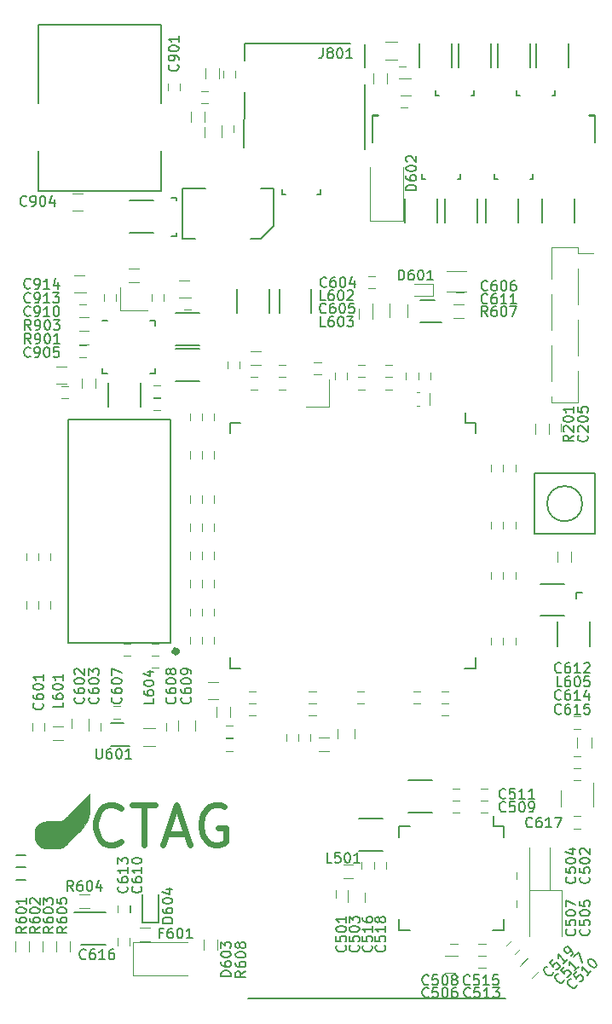
<source format=gbr>
G04 #@! TF.FileFunction,Legend,Top*
%FSLAX46Y46*%
G04 Gerber Fmt 4.6, Leading zero omitted, Abs format (unit mm)*
G04 Created by KiCad (PCBNEW 4.0.7) date 04/10/18 15:24:13*
%MOMM*%
%LPD*%
G01*
G04 APERTURE LIST*
%ADD10C,0.100000*%
%ADD11C,0.600000*%
%ADD12C,0.200000*%
%ADD13C,0.120000*%
%ADD14C,0.150000*%
%ADD15C,0.275000*%
%ADD16C,0.010000*%
G04 APERTURE END LIST*
D10*
D11*
X208200000Y-107678571D02*
X208009524Y-107869048D01*
X207438095Y-108059524D01*
X207057143Y-108059524D01*
X206485715Y-107869048D01*
X206104762Y-107488095D01*
X205914286Y-107107143D01*
X205723810Y-106345238D01*
X205723810Y-105773810D01*
X205914286Y-105011905D01*
X206104762Y-104630952D01*
X206485715Y-104250000D01*
X207057143Y-104059524D01*
X207438095Y-104059524D01*
X208009524Y-104250000D01*
X208200000Y-104440476D01*
X209342857Y-104059524D02*
X211628572Y-104059524D01*
X210485715Y-108059524D02*
X210485715Y-104059524D01*
X212771429Y-106916667D02*
X214676191Y-106916667D01*
X212390476Y-108059524D02*
X213723810Y-104059524D01*
X215057143Y-108059524D01*
X218485714Y-104250000D02*
X218104762Y-104059524D01*
X217533333Y-104059524D01*
X216961905Y-104250000D01*
X216580952Y-104630952D01*
X216390476Y-105011905D01*
X216200000Y-105773810D01*
X216200000Y-106345238D01*
X216390476Y-107107143D01*
X216580952Y-107488095D01*
X216961905Y-107869048D01*
X217533333Y-108059524D01*
X217914285Y-108059524D01*
X218485714Y-107869048D01*
X218676190Y-107678571D01*
X218676190Y-106345238D01*
X217914285Y-106345238D01*
D12*
X246450000Y-123250000D02*
X246450000Y-123300000D01*
X220850000Y-123250000D02*
X246450000Y-123250000D01*
X198790901Y-109065901D02*
X197790901Y-109065901D01*
X198790901Y-110265901D02*
X197790901Y-110265900D01*
X198790901Y-111515901D02*
X197790901Y-111515901D01*
D13*
X209400000Y-117700000D02*
X209400000Y-121000000D01*
X209400000Y-121000000D02*
X214800000Y-121000000D01*
X209400000Y-117700000D02*
X214800000Y-117700000D01*
D14*
X246225000Y-106175000D02*
X245225000Y-106175000D01*
X246225000Y-116525000D02*
X245150000Y-116525000D01*
X235875000Y-116525000D02*
X236950000Y-116525000D01*
X235875000Y-106175000D02*
X236950000Y-106175000D01*
X246225000Y-106175000D02*
X246225000Y-107250000D01*
X235875000Y-106175000D02*
X235875000Y-107250000D01*
X235875000Y-116525000D02*
X235875000Y-115450000D01*
X246225000Y-116525000D02*
X246225000Y-115450000D01*
X245225000Y-106175000D02*
X245225000Y-105150000D01*
D13*
X251900000Y-102600000D02*
X251900000Y-104200000D01*
X255100000Y-104200000D02*
X255100000Y-101900000D01*
X208150000Y-52650000D02*
X208150000Y-54950000D01*
X208150000Y-54950000D02*
X210850000Y-54950000D01*
X226600000Y-64500000D02*
X228900000Y-64500000D01*
X228900000Y-64500000D02*
X228900000Y-61800000D01*
X237850000Y-64450000D02*
X237650000Y-64450000D01*
X237850000Y-63050000D02*
X237650000Y-63050000D01*
X238850000Y-64350000D02*
X238850000Y-63150000D01*
D14*
X211625000Y-55975000D02*
X211625000Y-56500000D01*
X206375000Y-61225000D02*
X206375000Y-60700000D01*
X211625000Y-61225000D02*
X211625000Y-60700000D01*
X206375000Y-55975000D02*
X206900000Y-55975000D01*
X206375000Y-61225000D02*
X206900000Y-61225000D01*
X211625000Y-61225000D02*
X211100000Y-61225000D01*
X211625000Y-55975000D02*
X211100000Y-55975000D01*
X239371448Y-53946625D02*
X237921448Y-53946625D01*
X240096448Y-56146625D02*
X237921448Y-56146625D01*
X204275000Y-117975000D02*
X206725000Y-117975000D01*
X203550000Y-114725000D02*
X206725000Y-114725000D01*
X208485913Y-95922487D02*
X207185913Y-95922487D01*
X209060913Y-98222487D02*
X207185913Y-98222487D01*
D11*
X213800000Y-88800000D02*
G75*
G03X213800000Y-88800000I-150000J0D01*
G01*
D14*
X213130000Y-88010000D02*
X202970000Y-88010000D01*
X202970000Y-88010000D02*
X202970000Y-65790000D01*
X202970000Y-65790000D02*
X213130000Y-65790000D01*
X213130000Y-65790000D02*
X213130000Y-88010000D01*
X243425000Y-66125000D02*
X242450000Y-66125000D01*
X243425000Y-90475000D02*
X242375000Y-90475000D01*
X219075000Y-90475000D02*
X220125000Y-90475000D01*
X219075000Y-66125000D02*
X220125000Y-66125000D01*
X243425000Y-66125000D02*
X243425000Y-67175000D01*
X219075000Y-66125000D02*
X219075000Y-67175000D01*
X219075000Y-90475000D02*
X219075000Y-89425000D01*
X243425000Y-90475000D02*
X243425000Y-89425000D01*
X242450000Y-66125000D02*
X242450000Y-65120000D01*
X254050000Y-74150000D02*
G75*
G03X254050000Y-74150000I-1750000J0D01*
G01*
X249300000Y-71150000D02*
X249300000Y-77150000D01*
X249300000Y-77150000D02*
X255300000Y-77150000D01*
X255300000Y-77150000D02*
X255300000Y-71150000D01*
X255300000Y-71150000D02*
X249300000Y-71150000D01*
X213650000Y-55200000D02*
X216050000Y-55200000D01*
X216050000Y-58400000D02*
X213650000Y-58400000D01*
X213650000Y-58800000D02*
X216050000Y-58800000D01*
X216050000Y-62000000D02*
X213650000Y-62000000D01*
X210150000Y-62150000D02*
X210150000Y-64550000D01*
X206950000Y-64550000D02*
X206950000Y-62150000D01*
X222950000Y-52800000D02*
X222950000Y-55200000D01*
X219750000Y-55200000D02*
X219750000Y-52800000D01*
X227150000Y-52800000D02*
X227150000Y-55200000D01*
X223950000Y-55200000D02*
X223950000Y-52800000D01*
X211450000Y-47250000D02*
X209050000Y-47250000D01*
X209050000Y-44050000D02*
X211450000Y-44050000D01*
X239650000Y-43850000D02*
X239650000Y-46250000D01*
X236450000Y-46250000D02*
X236450000Y-43850000D01*
X237850000Y-30850000D02*
X237850000Y-28450000D01*
X241050000Y-28450000D02*
X241050000Y-30850000D01*
X243600000Y-43850000D02*
X243600000Y-46250000D01*
X240400000Y-46250000D02*
X240400000Y-43850000D01*
X241800000Y-30850000D02*
X241800000Y-28450000D01*
X245000000Y-28450000D02*
X245000000Y-30850000D01*
X247650000Y-43850000D02*
X247650000Y-46250000D01*
X244450000Y-46250000D02*
X244450000Y-43850000D01*
X245700000Y-30850000D02*
X245700000Y-28450000D01*
X248900000Y-28450000D02*
X248900000Y-30850000D01*
X253300000Y-43850000D02*
X253300000Y-46250000D01*
X250100000Y-46250000D02*
X250100000Y-43850000D01*
X249450000Y-30850000D02*
X249450000Y-28450000D01*
X252650000Y-28450000D02*
X252650000Y-30850000D01*
X234250000Y-108600000D02*
X231850000Y-108600000D01*
X231850000Y-105400000D02*
X234250000Y-105400000D01*
X239150000Y-104800000D02*
X236750000Y-104800000D01*
X236750000Y-101600000D02*
X239150000Y-101600000D01*
X251600000Y-88300000D02*
X251600000Y-85900000D01*
X254800000Y-85900000D02*
X254800000Y-88300000D01*
X252300000Y-85300000D02*
X249900000Y-85300000D01*
X249900000Y-82100000D02*
X252300000Y-82100000D01*
D13*
X204050000Y-55620000D02*
X205050000Y-55620000D01*
X205050000Y-56980000D02*
X204050000Y-56980000D01*
X209000000Y-50820000D02*
X210000000Y-50820000D01*
X210000000Y-52180000D02*
X209000000Y-52180000D01*
X205050000Y-58380000D02*
X204050000Y-58380000D01*
X204050000Y-57020000D02*
X205050000Y-57020000D01*
X216620000Y-31900000D02*
X216620000Y-30900000D01*
X217980000Y-30900000D02*
X217980000Y-31900000D01*
X216420000Y-118450000D02*
X216420000Y-117450000D01*
X217780000Y-117450000D02*
X217780000Y-118450000D01*
X242246446Y-55726625D02*
X241246446Y-55726625D01*
X241246446Y-54366625D02*
X242246446Y-54366625D01*
X234500000Y-28270000D02*
X235700000Y-28270000D01*
X235700000Y-30030000D02*
X234500000Y-30030000D01*
X203130000Y-117650000D02*
X203130000Y-118650000D01*
X201770000Y-118650000D02*
X201770000Y-117650000D01*
X205100000Y-114280000D02*
X204100000Y-114280000D01*
X204100000Y-112920000D02*
X205100000Y-112920000D01*
X200420000Y-118650000D02*
X200420000Y-117650000D01*
X201780000Y-117650000D02*
X201780000Y-118650000D01*
X199070000Y-118650000D02*
X199070000Y-117650000D01*
X200430000Y-117650000D02*
X200430000Y-118650000D01*
X197720000Y-118650000D02*
X197720000Y-117650000D01*
X199080000Y-117650000D02*
X199080000Y-118650000D01*
X251620000Y-79950000D02*
X251620000Y-78950000D01*
X252980000Y-78950000D02*
X252980000Y-79950000D01*
X250730000Y-66250000D02*
X250730000Y-67250000D01*
X249370000Y-67250000D02*
X249370000Y-66250000D01*
X205680000Y-61700000D02*
X205680000Y-62700000D01*
X204320000Y-62700000D02*
X204320000Y-61700000D01*
X215170000Y-36250000D02*
X215170000Y-35250000D01*
X216530000Y-35250000D02*
X216530000Y-36250000D01*
X233270000Y-32450000D02*
X233270000Y-31450000D01*
X234630000Y-31450000D02*
X234630000Y-32450000D01*
X253570000Y-98350000D02*
X253570000Y-97350000D01*
X254930000Y-97350000D02*
X254930000Y-98350000D01*
X210435912Y-96442487D02*
X211635912Y-96442487D01*
X211635912Y-98202487D02*
X210435912Y-98202487D01*
X236676447Y-54396626D02*
X236676447Y-55596626D01*
X234916447Y-55596626D02*
X234916447Y-54396626D01*
X231816446Y-55796626D02*
X231816446Y-54796626D01*
X233176446Y-54796626D02*
X233176446Y-55796626D01*
X202485913Y-97652488D02*
X201485913Y-97652488D01*
X201485913Y-96292488D02*
X202485913Y-96292488D01*
X231300000Y-111380000D02*
X230300000Y-111380000D01*
X230300000Y-110020000D02*
X231300000Y-110020000D01*
X219080000Y-94350000D02*
X219080000Y-95350000D01*
X217720000Y-95350000D02*
X217720000Y-94350000D01*
X222100000Y-60380000D02*
X221100000Y-60380000D01*
X221100000Y-59020000D02*
X222100000Y-59020000D01*
X228900000Y-98730000D02*
X227900000Y-98730000D01*
X227900000Y-97370000D02*
X228900000Y-97370000D01*
D14*
X212200000Y-34410000D02*
X212200000Y-26590000D01*
X212200000Y-26590000D02*
X200000000Y-26590000D01*
X200000000Y-26590000D02*
X200000000Y-34400000D01*
X200000000Y-43090000D02*
X200000000Y-39100000D01*
X200000000Y-43090000D02*
X212200000Y-43090000D01*
X212200000Y-43090000D02*
X212200000Y-39100000D01*
X232425000Y-32550000D02*
X232425000Y-38975000D01*
X232425000Y-28525000D02*
X232425000Y-30800000D01*
X220475000Y-28425000D02*
X230975000Y-28425000D01*
X220475000Y-28425000D02*
X220475000Y-30125000D01*
X220450000Y-38750000D02*
X220475000Y-33275000D01*
X222100000Y-47850000D02*
X221100000Y-47850000D01*
X223350000Y-42850000D02*
X222100000Y-42850000D01*
X216600000Y-42850000D02*
X214350000Y-42850000D01*
X214350000Y-42850000D02*
X214350000Y-47850000D01*
X214350000Y-47850000D02*
X215600000Y-47850000D01*
X223350000Y-42850000D02*
X223350000Y-46600000D01*
X223350000Y-46600000D02*
X222100000Y-47850000D01*
D15*
X233750000Y-35575000D02*
X233250000Y-35575000D01*
X255250000Y-35575000D02*
X254750000Y-35575000D01*
D14*
X255300000Y-38250000D02*
X255300000Y-35650000D01*
X233200000Y-35650000D02*
X233200000Y-38250000D01*
D13*
X250970000Y-48720000D02*
X253630000Y-48720000D01*
X250970000Y-64080000D02*
X253630000Y-64080000D01*
X253630000Y-50810000D02*
X253630000Y-54370000D01*
X253630000Y-55890000D02*
X253630000Y-59450000D01*
X253630000Y-60970000D02*
X253630000Y-64080000D01*
X250970000Y-48720000D02*
X250970000Y-51830000D01*
X253630000Y-49290000D02*
X255150000Y-49290000D01*
X253630000Y-48720000D02*
X253630000Y-49290000D01*
X250970000Y-63510000D02*
X250970000Y-64080000D01*
X250970000Y-53350000D02*
X250970000Y-56910000D01*
X250970000Y-58430000D02*
X250970000Y-61990000D01*
X211100000Y-117630000D02*
X210100000Y-117630000D01*
X210100000Y-116270000D02*
X211100000Y-116270000D01*
D14*
X210350000Y-112950000D02*
X210350000Y-115750000D01*
X210350000Y-115750000D02*
X211950000Y-115750000D01*
X211950000Y-115750000D02*
X211950000Y-112950000D01*
D13*
X232950000Y-46100000D02*
X236250000Y-46100000D01*
X236250000Y-46100000D02*
X236250000Y-40700000D01*
X232950000Y-46100000D02*
X232950000Y-40700000D01*
X239196448Y-53496625D02*
X239196448Y-52296625D01*
X237346448Y-53496625D02*
X239196448Y-53496625D01*
X237346448Y-52296625D02*
X239196448Y-52296625D01*
D14*
X254050000Y-83000000D02*
X253450000Y-83000000D01*
X253450000Y-83000000D02*
X253450000Y-83600000D01*
D13*
X203600000Y-53200000D02*
X204600000Y-53200000D01*
X204600000Y-51500000D02*
X203600000Y-51500000D01*
X204050000Y-53200000D02*
X204750000Y-53200000D01*
X204750000Y-54400000D02*
X204050000Y-54400000D01*
X215000000Y-52000000D02*
X214000000Y-52000000D01*
X214000000Y-53700000D02*
X215000000Y-53700000D01*
X212150000Y-64850000D02*
X211450000Y-64850000D01*
X211450000Y-63650000D02*
X212150000Y-63650000D01*
X204050000Y-54400000D02*
X204750000Y-54400000D01*
X204750000Y-55600000D02*
X204050000Y-55600000D01*
X215200000Y-54900000D02*
X214500000Y-54900000D01*
X214500000Y-53700000D02*
X215200000Y-53700000D01*
X206550000Y-54050000D02*
X206550000Y-53350000D01*
X207750000Y-53350000D02*
X207750000Y-54050000D01*
X212450000Y-53350000D02*
X212450000Y-54050000D01*
X211250000Y-54050000D02*
X211250000Y-53350000D01*
X212150000Y-63600000D02*
X211450000Y-63600000D01*
X211450000Y-62400000D02*
X212150000Y-62400000D01*
X204050000Y-58400000D02*
X204750000Y-58400000D01*
X204750000Y-59600000D02*
X204050000Y-59600000D01*
X203450000Y-45050000D02*
X204450000Y-45050000D01*
X204450000Y-43350000D02*
X203450000Y-43350000D01*
X201800000Y-62250000D02*
X202800000Y-62250000D01*
X202800000Y-60550000D02*
X201800000Y-60550000D01*
X202300000Y-62450000D02*
X203000000Y-62450000D01*
X203000000Y-63650000D02*
X202300000Y-63650000D01*
X214100000Y-32450000D02*
X214100000Y-33150000D01*
X212900000Y-33150000D02*
X212900000Y-32450000D01*
X218400000Y-31850000D02*
X218400000Y-31150000D01*
X219600000Y-31150000D02*
X219600000Y-31850000D01*
X218250000Y-37250000D02*
X218250000Y-36550000D01*
X219450000Y-36550000D02*
X219450000Y-37250000D01*
X218250000Y-37750000D02*
X218250000Y-36750000D01*
X216550000Y-36750000D02*
X216550000Y-37750000D01*
X216900000Y-34400000D02*
X216200000Y-34400000D01*
X216200000Y-33200000D02*
X216900000Y-33200000D01*
X236700000Y-34800000D02*
X236000000Y-34800000D01*
X236000000Y-33600000D02*
X236700000Y-33600000D01*
X237000000Y-31900000D02*
X236000000Y-31900000D01*
X236000000Y-33600000D02*
X237000000Y-33600000D01*
X236500000Y-31900000D02*
X235800000Y-31900000D01*
X235800000Y-30700000D02*
X236500000Y-30700000D01*
X253200000Y-105200000D02*
X253900000Y-105200000D01*
X253900000Y-106400000D02*
X253200000Y-106400000D01*
X207900000Y-118000000D02*
X207900000Y-117300000D01*
X209100000Y-117300000D02*
X209100000Y-118000000D01*
X253200000Y-100400000D02*
X253900000Y-100400000D01*
X253900000Y-101600000D02*
X253200000Y-101600000D01*
X253200000Y-99200000D02*
X253900000Y-99200000D01*
X253900000Y-100400000D02*
X253200000Y-100400000D01*
X209100000Y-114050000D02*
X209100000Y-114750000D01*
X207900000Y-114750000D02*
X207900000Y-114050000D01*
X253200000Y-95300000D02*
X253900000Y-95300000D01*
X253900000Y-96500000D02*
X253200000Y-96500000D01*
X241546447Y-53146625D02*
X242246447Y-53146625D01*
X242246447Y-54346625D02*
X241546447Y-54346625D01*
X210350000Y-114050000D02*
X210350000Y-114750000D01*
X209150000Y-114750000D02*
X209150000Y-114050000D01*
X213885913Y-95672488D02*
X213885913Y-96672488D01*
X215585913Y-96672488D02*
X215585913Y-95672488D01*
X213885913Y-95972487D02*
X213885913Y-96672487D01*
X212685913Y-96672487D02*
X212685913Y-95972487D01*
X208185913Y-95472487D02*
X207485913Y-95472487D01*
X207485913Y-94272487D02*
X208185913Y-94272487D01*
X242546446Y-51076625D02*
X240546446Y-51076625D01*
X240546446Y-53116625D02*
X242546446Y-53116625D01*
X233196446Y-54296625D02*
X233196446Y-55296625D01*
X234896446Y-55296625D02*
X234896446Y-54296625D01*
X233446446Y-52796626D02*
X232746446Y-52796626D01*
X232746446Y-51596626D02*
X233446446Y-51596626D01*
X206185913Y-95972488D02*
X206185913Y-96672488D01*
X204985913Y-96672488D02*
X204985913Y-95972488D01*
X203285912Y-95472487D02*
X203285912Y-96472487D01*
X204985912Y-96472487D02*
X204985912Y-95472487D01*
X200635913Y-95972487D02*
X200635913Y-96672487D01*
X199435913Y-96672487D02*
X199435913Y-95972487D01*
X247821751Y-118376777D02*
X247326777Y-118871751D01*
X246478249Y-118023223D02*
X246973223Y-117528249D01*
X234550000Y-109750000D02*
X234550000Y-110450000D01*
X233350000Y-110450000D02*
X233350000Y-109750000D01*
X248671751Y-119226777D02*
X248176777Y-119721751D01*
X247328249Y-118873223D02*
X247823223Y-118378249D01*
X233350000Y-109750000D02*
X233350000Y-110450000D01*
X232150000Y-110450000D02*
X232150000Y-109750000D01*
X244450000Y-119050000D02*
X243750000Y-119050000D01*
X243750000Y-117850000D02*
X244450000Y-117850000D01*
X241150000Y-102450000D02*
X241850000Y-102450000D01*
X241850000Y-103650000D02*
X241150000Y-103650000D01*
X244450000Y-120250000D02*
X243750000Y-120250000D01*
X243750000Y-119050000D02*
X244450000Y-119050000D01*
X241150000Y-103650000D02*
X241850000Y-103650000D01*
X241850000Y-104850000D02*
X241150000Y-104850000D01*
X244650000Y-103650000D02*
X243950000Y-103650000D01*
X243950000Y-102450000D02*
X244650000Y-102450000D01*
X248552513Y-119345406D02*
X247845406Y-120052513D01*
X249047487Y-121254594D02*
X249754594Y-120547487D01*
X244650000Y-104850000D02*
X243950000Y-104850000D01*
X243950000Y-103650000D02*
X244650000Y-103650000D01*
X240950000Y-117850000D02*
X241650000Y-117850000D01*
X241650000Y-119050000D02*
X240950000Y-119050000D01*
X247550000Y-114250000D02*
X247550000Y-113550000D01*
X248750000Y-113550000D02*
X248750000Y-114250000D01*
X240450000Y-120750000D02*
X241450000Y-120750000D01*
X241450000Y-119050000D02*
X240450000Y-119050000D01*
X252050000Y-112550000D02*
X252050000Y-117100000D01*
X248750000Y-112550000D02*
X248750000Y-117100000D01*
X252050000Y-112550000D02*
X248750000Y-112550000D01*
X248750000Y-110750000D02*
X248750000Y-111450000D01*
X247550000Y-111450000D02*
X247550000Y-110750000D01*
X232450000Y-113750000D02*
X232450000Y-112750000D01*
X230750000Y-112750000D02*
X230750000Y-113750000D01*
X248750000Y-112550000D02*
X248750000Y-108300000D01*
X250850000Y-112550000D02*
X250850000Y-108300000D01*
X248750000Y-112550000D02*
X250850000Y-112550000D01*
X229550000Y-113250000D02*
X229550000Y-112550000D01*
X230750000Y-112550000D02*
X230750000Y-113250000D01*
X200000000Y-79800000D02*
X200000000Y-79100000D01*
X201200000Y-79100000D02*
X201200000Y-79800000D01*
X198800000Y-79800000D02*
X198800000Y-79100000D01*
X200000000Y-79100000D02*
X200000000Y-79800000D01*
X200000000Y-84550000D02*
X200000000Y-83850000D01*
X201200000Y-83850000D02*
X201200000Y-84550000D01*
X198800000Y-84550000D02*
X198800000Y-83850000D01*
X200000000Y-83850000D02*
X200000000Y-84550000D01*
X216300000Y-65200000D02*
X216300000Y-65900000D01*
X215100000Y-65900000D02*
X215100000Y-65200000D01*
X217500000Y-65200000D02*
X217500000Y-65900000D01*
X216300000Y-65900000D02*
X216300000Y-65200000D01*
X215100000Y-76850000D02*
X215100000Y-76150000D01*
X216300000Y-76150000D02*
X216300000Y-76850000D01*
X216300000Y-76850000D02*
X216300000Y-76150000D01*
X217500000Y-76150000D02*
X217500000Y-76850000D01*
X216300000Y-84550000D02*
X216300000Y-85250000D01*
X215100000Y-85250000D02*
X215100000Y-84550000D01*
X209200000Y-89250000D02*
X208500000Y-89250000D01*
X208500000Y-88050000D02*
X209200000Y-88050000D01*
X216300000Y-78950000D02*
X216300000Y-79650000D01*
X215100000Y-79650000D02*
X215100000Y-78950000D01*
X217500000Y-78950000D02*
X217500000Y-79650000D01*
X216300000Y-79650000D02*
X216300000Y-78950000D01*
X211300000Y-88050000D02*
X212000000Y-88050000D01*
X212000000Y-89250000D02*
X211300000Y-89250000D01*
X211300000Y-89250000D02*
X212000000Y-89250000D01*
X212000000Y-90450000D02*
X211300000Y-90450000D01*
X216850000Y-93550000D02*
X217850000Y-93550000D01*
X217850000Y-91850000D02*
X216850000Y-91850000D01*
X219350000Y-97400000D02*
X218650000Y-97400000D01*
X218650000Y-96200000D02*
X219350000Y-96200000D01*
X219350000Y-98700000D02*
X218650000Y-98700000D01*
X218650000Y-97500000D02*
X219350000Y-97500000D01*
X217500000Y-84550000D02*
X217500000Y-85250000D01*
X216300000Y-85250000D02*
X216300000Y-84550000D01*
X237950000Y-94000000D02*
X237250000Y-94000000D01*
X237250000Y-92800000D02*
X237950000Y-92800000D01*
X245000000Y-76650000D02*
X245000000Y-75950000D01*
X246200000Y-75950000D02*
X246200000Y-76650000D01*
X245000000Y-70950000D02*
X245000000Y-70250000D01*
X246200000Y-70250000D02*
X246200000Y-70950000D01*
X245000000Y-81650000D02*
X245000000Y-80950000D01*
X246200000Y-80950000D02*
X246200000Y-81650000D01*
X246200000Y-76650000D02*
X246200000Y-75950000D01*
X247400000Y-75950000D02*
X247400000Y-76650000D01*
X246200000Y-70950000D02*
X246200000Y-70250000D01*
X247400000Y-70250000D02*
X247400000Y-70950000D01*
X246200000Y-81650000D02*
X246200000Y-80950000D01*
X247400000Y-80950000D02*
X247400000Y-81650000D01*
X231650000Y-92800000D02*
X232350000Y-92800000D01*
X232350000Y-94000000D02*
X231650000Y-94000000D01*
X245000000Y-88150000D02*
X245000000Y-87450000D01*
X246200000Y-87450000D02*
X246200000Y-88150000D01*
X240050000Y-92800000D02*
X240750000Y-92800000D01*
X240750000Y-94000000D02*
X240050000Y-94000000D01*
X246200000Y-88150000D02*
X246200000Y-87450000D01*
X247400000Y-87450000D02*
X247400000Y-88150000D01*
X240050000Y-94000000D02*
X240750000Y-94000000D01*
X240750000Y-95200000D02*
X240050000Y-95200000D01*
X226900000Y-92800000D02*
X227600000Y-92800000D01*
X227600000Y-94000000D02*
X226900000Y-94000000D01*
X220900000Y-92800000D02*
X221600000Y-92800000D01*
X221600000Y-94000000D02*
X220900000Y-94000000D01*
X216300000Y-88050000D02*
X216300000Y-87350000D01*
X217500000Y-87350000D02*
X217500000Y-88050000D01*
X226900000Y-94000000D02*
X227600000Y-94000000D01*
X227600000Y-95200000D02*
X226900000Y-95200000D01*
X220900000Y-94000000D02*
X221600000Y-94000000D01*
X221600000Y-95200000D02*
X220900000Y-95200000D01*
X215100000Y-88050000D02*
X215100000Y-87350000D01*
X216300000Y-87350000D02*
X216300000Y-88050000D01*
X216300000Y-82450000D02*
X216300000Y-81750000D01*
X217500000Y-81750000D02*
X217500000Y-82450000D01*
X217500000Y-73350000D02*
X217500000Y-74050000D01*
X216300000Y-74050000D02*
X216300000Y-73350000D01*
X217500000Y-68950000D02*
X217500000Y-69650000D01*
X216300000Y-69650000D02*
X216300000Y-68950000D01*
X221100000Y-61600000D02*
X221800000Y-61600000D01*
X221800000Y-62800000D02*
X221100000Y-62800000D01*
X215100000Y-82450000D02*
X215100000Y-81750000D01*
X216300000Y-81750000D02*
X216300000Y-82450000D01*
X216300000Y-73350000D02*
X216300000Y-74050000D01*
X215100000Y-74050000D02*
X215100000Y-73350000D01*
X216300000Y-68950000D02*
X216300000Y-69650000D01*
X215100000Y-69650000D02*
X215100000Y-68950000D01*
X221100000Y-60400000D02*
X221800000Y-60400000D01*
X221800000Y-61600000D02*
X221100000Y-61600000D01*
X229750000Y-96500000D02*
X229750000Y-97500000D01*
X231450000Y-97500000D02*
X231450000Y-96500000D01*
X224600000Y-62800000D02*
X223900000Y-62800000D01*
X223900000Y-61600000D02*
X224600000Y-61600000D01*
X232450000Y-62800000D02*
X231750000Y-62800000D01*
X231750000Y-61600000D02*
X232450000Y-61600000D01*
X235200000Y-62800000D02*
X234500000Y-62800000D01*
X234500000Y-61600000D02*
X235200000Y-61600000D01*
X224600000Y-61600000D02*
X223900000Y-61600000D01*
X223900000Y-60400000D02*
X224600000Y-60400000D01*
X232450000Y-61600000D02*
X231750000Y-61600000D01*
X231750000Y-60400000D02*
X232450000Y-60400000D01*
X235200000Y-61600000D02*
X234500000Y-61600000D01*
X234500000Y-60400000D02*
X235200000Y-60400000D01*
X218800000Y-60750000D02*
X218800000Y-60050000D01*
X220000000Y-60050000D02*
X220000000Y-60750000D01*
X227050000Y-97000000D02*
X227050000Y-97700000D01*
X225850000Y-97700000D02*
X225850000Y-97000000D01*
X225850000Y-97000000D02*
X225850000Y-97700000D01*
X224650000Y-97700000D02*
X224650000Y-97000000D01*
X251900000Y-66250000D02*
X251900000Y-66950000D01*
X250700000Y-66950000D02*
X250700000Y-66250000D01*
X227400000Y-60100000D02*
X228100000Y-60100000D01*
X228100000Y-61300000D02*
X227400000Y-61300000D01*
X229450000Y-61800000D02*
X229450000Y-61100000D01*
X230650000Y-61100000D02*
X230650000Y-61800000D01*
X236550000Y-61800000D02*
X236550000Y-61100000D01*
X237750000Y-61100000D02*
X237750000Y-61800000D01*
X237750000Y-61800000D02*
X237750000Y-61100000D01*
X238950000Y-61100000D02*
X238950000Y-61800000D01*
D14*
X224250000Y-43450000D02*
X224250000Y-42950000D01*
X224250000Y-43450000D02*
X224550000Y-43450000D01*
X228050000Y-43450000D02*
X228050000Y-42950000D01*
X228050000Y-43450000D02*
X227750000Y-43450000D01*
X213750000Y-47550000D02*
X213250000Y-47550000D01*
X213750000Y-47550000D02*
X213750000Y-47250000D01*
X213750000Y-43750000D02*
X213250000Y-43750000D01*
X213750000Y-43750000D02*
X213750000Y-44050000D01*
X238150000Y-41900000D02*
X238150000Y-41400000D01*
X238150000Y-41900000D02*
X238450000Y-41900000D01*
X241950000Y-41900000D02*
X241950000Y-41400000D01*
X241950000Y-41900000D02*
X241650000Y-41900000D01*
X239500000Y-33600000D02*
X239500000Y-33100000D01*
X239500000Y-33600000D02*
X239800000Y-33600000D01*
X243300000Y-33600000D02*
X243300000Y-33100000D01*
X243300000Y-33600000D02*
X243000000Y-33600000D01*
X245350000Y-41900000D02*
X245350000Y-41400000D01*
X245350000Y-41900000D02*
X245650000Y-41900000D01*
X249150000Y-41900000D02*
X249150000Y-41400000D01*
X249150000Y-41900000D02*
X248850000Y-41900000D01*
X247550000Y-33600000D02*
X247550000Y-33100000D01*
X247550000Y-33600000D02*
X247850000Y-33600000D01*
X251350000Y-33600000D02*
X251350000Y-33100000D01*
X251350000Y-33600000D02*
X251050000Y-33600000D01*
D16*
G36*
X205109333Y-103822869D02*
X205108749Y-104015048D01*
X205107085Y-104202293D01*
X205104476Y-104378401D01*
X205101056Y-104537171D01*
X205096959Y-104672399D01*
X205092320Y-104777885D01*
X205087273Y-104847424D01*
X205087119Y-104848876D01*
X205029745Y-105188249D01*
X204932731Y-105512893D01*
X204796401Y-105821985D01*
X204621080Y-106114703D01*
X204546477Y-106218583D01*
X204511559Y-106259961D01*
X204449463Y-106327976D01*
X204363169Y-106419560D01*
X204255659Y-106531643D01*
X204129913Y-106661154D01*
X203988912Y-106805025D01*
X203835637Y-106960187D01*
X203673069Y-107123569D01*
X203504189Y-107292102D01*
X203496892Y-107299357D01*
X203304821Y-107490183D01*
X203140140Y-107653431D01*
X203000297Y-107791448D01*
X202882741Y-107906579D01*
X202784919Y-108001173D01*
X202704280Y-108077577D01*
X202638271Y-108138137D01*
X202584340Y-108185200D01*
X202539936Y-108221114D01*
X202502505Y-108248226D01*
X202469497Y-108268883D01*
X202438359Y-108285432D01*
X202410583Y-108298413D01*
X202313926Y-108336005D01*
X202208253Y-108368380D01*
X202124833Y-108386938D01*
X202064049Y-108392924D01*
X201967934Y-108397792D01*
X201843419Y-108401550D01*
X201697437Y-108404205D01*
X201536921Y-108405764D01*
X201368803Y-108406234D01*
X201200015Y-108405624D01*
X201037489Y-108403939D01*
X200888159Y-108401189D01*
X200758956Y-108397379D01*
X200656814Y-108392518D01*
X200588663Y-108386612D01*
X200579667Y-108385297D01*
X200395794Y-108334456D01*
X200222913Y-108247014D01*
X200066244Y-108128308D01*
X199931009Y-107983676D01*
X199822430Y-107818457D01*
X199745728Y-107637986D01*
X199712783Y-107499167D01*
X199701972Y-107401209D01*
X199694988Y-107275514D01*
X199691735Y-107132796D01*
X199692118Y-106983770D01*
X199696041Y-106839148D01*
X199703408Y-106709645D01*
X199714124Y-106605976D01*
X199721112Y-106565251D01*
X199783475Y-106369251D01*
X199881356Y-106190393D01*
X200010084Y-106033148D01*
X200164984Y-105901983D01*
X200341383Y-105801368D01*
X200534609Y-105735773D01*
X200602460Y-105722379D01*
X200657448Y-105716901D01*
X200748334Y-105711909D01*
X200868682Y-105707578D01*
X201012057Y-105704084D01*
X201172024Y-105701601D01*
X201342149Y-105700307D01*
X201416594Y-105700160D01*
X201625439Y-105699722D01*
X201797330Y-105698068D01*
X201937645Y-105694529D01*
X202051762Y-105688432D01*
X202145056Y-105679106D01*
X202222905Y-105665881D01*
X202290687Y-105648085D01*
X202353777Y-105625048D01*
X202417553Y-105596098D01*
X202472359Y-105568396D01*
X202499811Y-105552283D01*
X202533350Y-105528695D01*
X202574965Y-105495739D01*
X202626646Y-105451521D01*
X202690380Y-105394149D01*
X202768158Y-105321730D01*
X202861966Y-105232369D01*
X202973796Y-105124174D01*
X203105634Y-104995251D01*
X203259471Y-104843708D01*
X203437294Y-104667651D01*
X203641094Y-104465186D01*
X203855208Y-104252008D01*
X205109333Y-103002403D01*
X205109333Y-103822869D01*
X205109333Y-103822869D01*
G37*
X205109333Y-103822869D02*
X205108749Y-104015048D01*
X205107085Y-104202293D01*
X205104476Y-104378401D01*
X205101056Y-104537171D01*
X205096959Y-104672399D01*
X205092320Y-104777885D01*
X205087273Y-104847424D01*
X205087119Y-104848876D01*
X205029745Y-105188249D01*
X204932731Y-105512893D01*
X204796401Y-105821985D01*
X204621080Y-106114703D01*
X204546477Y-106218583D01*
X204511559Y-106259961D01*
X204449463Y-106327976D01*
X204363169Y-106419560D01*
X204255659Y-106531643D01*
X204129913Y-106661154D01*
X203988912Y-106805025D01*
X203835637Y-106960187D01*
X203673069Y-107123569D01*
X203504189Y-107292102D01*
X203496892Y-107299357D01*
X203304821Y-107490183D01*
X203140140Y-107653431D01*
X203000297Y-107791448D01*
X202882741Y-107906579D01*
X202784919Y-108001173D01*
X202704280Y-108077577D01*
X202638271Y-108138137D01*
X202584340Y-108185200D01*
X202539936Y-108221114D01*
X202502505Y-108248226D01*
X202469497Y-108268883D01*
X202438359Y-108285432D01*
X202410583Y-108298413D01*
X202313926Y-108336005D01*
X202208253Y-108368380D01*
X202124833Y-108386938D01*
X202064049Y-108392924D01*
X201967934Y-108397792D01*
X201843419Y-108401550D01*
X201697437Y-108404205D01*
X201536921Y-108405764D01*
X201368803Y-108406234D01*
X201200015Y-108405624D01*
X201037489Y-108403939D01*
X200888159Y-108401189D01*
X200758956Y-108397379D01*
X200656814Y-108392518D01*
X200588663Y-108386612D01*
X200579667Y-108385297D01*
X200395794Y-108334456D01*
X200222913Y-108247014D01*
X200066244Y-108128308D01*
X199931009Y-107983676D01*
X199822430Y-107818457D01*
X199745728Y-107637986D01*
X199712783Y-107499167D01*
X199701972Y-107401209D01*
X199694988Y-107275514D01*
X199691735Y-107132796D01*
X199692118Y-106983770D01*
X199696041Y-106839148D01*
X199703408Y-106709645D01*
X199714124Y-106605976D01*
X199721112Y-106565251D01*
X199783475Y-106369251D01*
X199881356Y-106190393D01*
X200010084Y-106033148D01*
X200164984Y-105901983D01*
X200341383Y-105801368D01*
X200534609Y-105735773D01*
X200602460Y-105722379D01*
X200657448Y-105716901D01*
X200748334Y-105711909D01*
X200868682Y-105707578D01*
X201012057Y-105704084D01*
X201172024Y-105701601D01*
X201342149Y-105700307D01*
X201416594Y-105700160D01*
X201625439Y-105699722D01*
X201797330Y-105698068D01*
X201937645Y-105694529D01*
X202051762Y-105688432D01*
X202145056Y-105679106D01*
X202222905Y-105665881D01*
X202290687Y-105648085D01*
X202353777Y-105625048D01*
X202417553Y-105596098D01*
X202472359Y-105568396D01*
X202499811Y-105552283D01*
X202533350Y-105528695D01*
X202574965Y-105495739D01*
X202626646Y-105451521D01*
X202690380Y-105394149D01*
X202768158Y-105321730D01*
X202861966Y-105232369D01*
X202973796Y-105124174D01*
X203105634Y-104995251D01*
X203259471Y-104843708D01*
X203437294Y-104667651D01*
X203641094Y-104465186D01*
X203855208Y-104252008D01*
X205109333Y-103002403D01*
X205109333Y-103822869D01*
D14*
X219152381Y-121090476D02*
X218152381Y-121090476D01*
X218152381Y-120852381D01*
X218200000Y-120709523D01*
X218295238Y-120614285D01*
X218390476Y-120566666D01*
X218580952Y-120519047D01*
X218723810Y-120519047D01*
X218914286Y-120566666D01*
X219009524Y-120614285D01*
X219104762Y-120709523D01*
X219152381Y-120852381D01*
X219152381Y-121090476D01*
X218152381Y-119661904D02*
X218152381Y-119852381D01*
X218200000Y-119947619D01*
X218247619Y-119995238D01*
X218390476Y-120090476D01*
X218580952Y-120138095D01*
X218961905Y-120138095D01*
X219057143Y-120090476D01*
X219104762Y-120042857D01*
X219152381Y-119947619D01*
X219152381Y-119757142D01*
X219104762Y-119661904D01*
X219057143Y-119614285D01*
X218961905Y-119566666D01*
X218723810Y-119566666D01*
X218628571Y-119614285D01*
X218580952Y-119661904D01*
X218533333Y-119757142D01*
X218533333Y-119947619D01*
X218580952Y-120042857D01*
X218628571Y-120090476D01*
X218723810Y-120138095D01*
X218152381Y-118947619D02*
X218152381Y-118852380D01*
X218200000Y-118757142D01*
X218247619Y-118709523D01*
X218342857Y-118661904D01*
X218533333Y-118614285D01*
X218771429Y-118614285D01*
X218961905Y-118661904D01*
X219057143Y-118709523D01*
X219104762Y-118757142D01*
X219152381Y-118852380D01*
X219152381Y-118947619D01*
X219104762Y-119042857D01*
X219057143Y-119090476D01*
X218961905Y-119138095D01*
X218771429Y-119185714D01*
X218533333Y-119185714D01*
X218342857Y-119138095D01*
X218247619Y-119090476D01*
X218200000Y-119042857D01*
X218152381Y-118947619D01*
X218152381Y-118280952D02*
X218152381Y-117661904D01*
X218533333Y-117995238D01*
X218533333Y-117852380D01*
X218580952Y-117757142D01*
X218628571Y-117709523D01*
X218723810Y-117661904D01*
X218961905Y-117661904D01*
X219057143Y-117709523D01*
X219104762Y-117757142D01*
X219152381Y-117852380D01*
X219152381Y-118138095D01*
X219104762Y-118233333D01*
X219057143Y-118280952D01*
X205771627Y-98474868D02*
X205771627Y-99284392D01*
X205819246Y-99379630D01*
X205866865Y-99427249D01*
X205962103Y-99474868D01*
X206152580Y-99474868D01*
X206247818Y-99427249D01*
X206295437Y-99379630D01*
X206343056Y-99284392D01*
X206343056Y-98474868D01*
X207247818Y-98474868D02*
X207057341Y-98474868D01*
X206962103Y-98522487D01*
X206914484Y-98570106D01*
X206819246Y-98712963D01*
X206771627Y-98903439D01*
X206771627Y-99284392D01*
X206819246Y-99379630D01*
X206866865Y-99427249D01*
X206962103Y-99474868D01*
X207152580Y-99474868D01*
X207247818Y-99427249D01*
X207295437Y-99379630D01*
X207343056Y-99284392D01*
X207343056Y-99046297D01*
X207295437Y-98951058D01*
X207247818Y-98903439D01*
X207152580Y-98855820D01*
X206962103Y-98855820D01*
X206866865Y-98903439D01*
X206819246Y-98951058D01*
X206771627Y-99046297D01*
X207962103Y-98474868D02*
X208057342Y-98474868D01*
X208152580Y-98522487D01*
X208200199Y-98570106D01*
X208247818Y-98665344D01*
X208295437Y-98855820D01*
X208295437Y-99093916D01*
X208247818Y-99284392D01*
X208200199Y-99379630D01*
X208152580Y-99427249D01*
X208057342Y-99474868D01*
X207962103Y-99474868D01*
X207866865Y-99427249D01*
X207819246Y-99379630D01*
X207771627Y-99284392D01*
X207724008Y-99093916D01*
X207724008Y-98855820D01*
X207771627Y-98665344D01*
X207819246Y-98570106D01*
X207866865Y-98522487D01*
X207962103Y-98474868D01*
X209247818Y-99474868D02*
X208676389Y-99474868D01*
X208962103Y-99474868D02*
X208962103Y-98474868D01*
X208866865Y-98617725D01*
X208771627Y-98712963D01*
X208676389Y-98760582D01*
X199280953Y-56902381D02*
X198947619Y-56426190D01*
X198709524Y-56902381D02*
X198709524Y-55902381D01*
X199090477Y-55902381D01*
X199185715Y-55950000D01*
X199233334Y-55997619D01*
X199280953Y-56092857D01*
X199280953Y-56235714D01*
X199233334Y-56330952D01*
X199185715Y-56378571D01*
X199090477Y-56426190D01*
X198709524Y-56426190D01*
X199757143Y-56902381D02*
X199947619Y-56902381D01*
X200042858Y-56854762D01*
X200090477Y-56807143D01*
X200185715Y-56664286D01*
X200233334Y-56473810D01*
X200233334Y-56092857D01*
X200185715Y-55997619D01*
X200138096Y-55950000D01*
X200042858Y-55902381D01*
X199852381Y-55902381D01*
X199757143Y-55950000D01*
X199709524Y-55997619D01*
X199661905Y-56092857D01*
X199661905Y-56330952D01*
X199709524Y-56426190D01*
X199757143Y-56473810D01*
X199852381Y-56521429D01*
X200042858Y-56521429D01*
X200138096Y-56473810D01*
X200185715Y-56426190D01*
X200233334Y-56330952D01*
X200852381Y-55902381D02*
X200947620Y-55902381D01*
X201042858Y-55950000D01*
X201090477Y-55997619D01*
X201138096Y-56092857D01*
X201185715Y-56283333D01*
X201185715Y-56521429D01*
X201138096Y-56711905D01*
X201090477Y-56807143D01*
X201042858Y-56854762D01*
X200947620Y-56902381D01*
X200852381Y-56902381D01*
X200757143Y-56854762D01*
X200709524Y-56807143D01*
X200661905Y-56711905D01*
X200614286Y-56521429D01*
X200614286Y-56283333D01*
X200661905Y-56092857D01*
X200709524Y-55997619D01*
X200757143Y-55950000D01*
X200852381Y-55902381D01*
X201519048Y-55902381D02*
X202138096Y-55902381D01*
X201804762Y-56283333D01*
X201947620Y-56283333D01*
X202042858Y-56330952D01*
X202090477Y-56378571D01*
X202138096Y-56473810D01*
X202138096Y-56711905D01*
X202090477Y-56807143D01*
X202042858Y-56854762D01*
X201947620Y-56902381D01*
X201661905Y-56902381D01*
X201566667Y-56854762D01*
X201519048Y-56807143D01*
X199280953Y-58252381D02*
X198947619Y-57776190D01*
X198709524Y-58252381D02*
X198709524Y-57252381D01*
X199090477Y-57252381D01*
X199185715Y-57300000D01*
X199233334Y-57347619D01*
X199280953Y-57442857D01*
X199280953Y-57585714D01*
X199233334Y-57680952D01*
X199185715Y-57728571D01*
X199090477Y-57776190D01*
X198709524Y-57776190D01*
X199757143Y-58252381D02*
X199947619Y-58252381D01*
X200042858Y-58204762D01*
X200090477Y-58157143D01*
X200185715Y-58014286D01*
X200233334Y-57823810D01*
X200233334Y-57442857D01*
X200185715Y-57347619D01*
X200138096Y-57300000D01*
X200042858Y-57252381D01*
X199852381Y-57252381D01*
X199757143Y-57300000D01*
X199709524Y-57347619D01*
X199661905Y-57442857D01*
X199661905Y-57680952D01*
X199709524Y-57776190D01*
X199757143Y-57823810D01*
X199852381Y-57871429D01*
X200042858Y-57871429D01*
X200138096Y-57823810D01*
X200185715Y-57776190D01*
X200233334Y-57680952D01*
X200852381Y-57252381D02*
X200947620Y-57252381D01*
X201042858Y-57300000D01*
X201090477Y-57347619D01*
X201138096Y-57442857D01*
X201185715Y-57633333D01*
X201185715Y-57871429D01*
X201138096Y-58061905D01*
X201090477Y-58157143D01*
X201042858Y-58204762D01*
X200947620Y-58252381D01*
X200852381Y-58252381D01*
X200757143Y-58204762D01*
X200709524Y-58157143D01*
X200661905Y-58061905D01*
X200614286Y-57871429D01*
X200614286Y-57633333D01*
X200661905Y-57442857D01*
X200709524Y-57347619D01*
X200757143Y-57300000D01*
X200852381Y-57252381D01*
X202138096Y-58252381D02*
X201566667Y-58252381D01*
X201852381Y-58252381D02*
X201852381Y-57252381D01*
X201757143Y-57395238D01*
X201661905Y-57490476D01*
X201566667Y-57538095D01*
X220602381Y-120569047D02*
X220126190Y-120902381D01*
X220602381Y-121140476D02*
X219602381Y-121140476D01*
X219602381Y-120759523D01*
X219650000Y-120664285D01*
X219697619Y-120616666D01*
X219792857Y-120569047D01*
X219935714Y-120569047D01*
X220030952Y-120616666D01*
X220078571Y-120664285D01*
X220126190Y-120759523D01*
X220126190Y-121140476D01*
X219602381Y-119711904D02*
X219602381Y-119902381D01*
X219650000Y-119997619D01*
X219697619Y-120045238D01*
X219840476Y-120140476D01*
X220030952Y-120188095D01*
X220411905Y-120188095D01*
X220507143Y-120140476D01*
X220554762Y-120092857D01*
X220602381Y-119997619D01*
X220602381Y-119807142D01*
X220554762Y-119711904D01*
X220507143Y-119664285D01*
X220411905Y-119616666D01*
X220173810Y-119616666D01*
X220078571Y-119664285D01*
X220030952Y-119711904D01*
X219983333Y-119807142D01*
X219983333Y-119997619D01*
X220030952Y-120092857D01*
X220078571Y-120140476D01*
X220173810Y-120188095D01*
X219602381Y-118997619D02*
X219602381Y-118902380D01*
X219650000Y-118807142D01*
X219697619Y-118759523D01*
X219792857Y-118711904D01*
X219983333Y-118664285D01*
X220221429Y-118664285D01*
X220411905Y-118711904D01*
X220507143Y-118759523D01*
X220554762Y-118807142D01*
X220602381Y-118902380D01*
X220602381Y-118997619D01*
X220554762Y-119092857D01*
X220507143Y-119140476D01*
X220411905Y-119188095D01*
X220221429Y-119235714D01*
X219983333Y-119235714D01*
X219792857Y-119188095D01*
X219697619Y-119140476D01*
X219650000Y-119092857D01*
X219602381Y-118997619D01*
X220030952Y-118092857D02*
X219983333Y-118188095D01*
X219935714Y-118235714D01*
X219840476Y-118283333D01*
X219792857Y-118283333D01*
X219697619Y-118235714D01*
X219650000Y-118188095D01*
X219602381Y-118092857D01*
X219602381Y-117902380D01*
X219650000Y-117807142D01*
X219697619Y-117759523D01*
X219792857Y-117711904D01*
X219840476Y-117711904D01*
X219935714Y-117759523D01*
X219983333Y-117807142D01*
X220030952Y-117902380D01*
X220030952Y-118092857D01*
X220078571Y-118188095D01*
X220126190Y-118235714D01*
X220221429Y-118283333D01*
X220411905Y-118283333D01*
X220507143Y-118235714D01*
X220554762Y-118188095D01*
X220602381Y-118092857D01*
X220602381Y-117902380D01*
X220554762Y-117807142D01*
X220507143Y-117759523D01*
X220411905Y-117711904D01*
X220221429Y-117711904D01*
X220126190Y-117759523D01*
X220078571Y-117807142D01*
X220030952Y-117902380D01*
X244627399Y-55549006D02*
X244294065Y-55072815D01*
X244055970Y-55549006D02*
X244055970Y-54549006D01*
X244436923Y-54549006D01*
X244532161Y-54596625D01*
X244579780Y-54644244D01*
X244627399Y-54739482D01*
X244627399Y-54882339D01*
X244579780Y-54977577D01*
X244532161Y-55025196D01*
X244436923Y-55072815D01*
X244055970Y-55072815D01*
X245484542Y-54549006D02*
X245294065Y-54549006D01*
X245198827Y-54596625D01*
X245151208Y-54644244D01*
X245055970Y-54787101D01*
X245008351Y-54977577D01*
X245008351Y-55358530D01*
X245055970Y-55453768D01*
X245103589Y-55501387D01*
X245198827Y-55549006D01*
X245389304Y-55549006D01*
X245484542Y-55501387D01*
X245532161Y-55453768D01*
X245579780Y-55358530D01*
X245579780Y-55120435D01*
X245532161Y-55025196D01*
X245484542Y-54977577D01*
X245389304Y-54929958D01*
X245198827Y-54929958D01*
X245103589Y-54977577D01*
X245055970Y-55025196D01*
X245008351Y-55120435D01*
X246198827Y-54549006D02*
X246294066Y-54549006D01*
X246389304Y-54596625D01*
X246436923Y-54644244D01*
X246484542Y-54739482D01*
X246532161Y-54929958D01*
X246532161Y-55168054D01*
X246484542Y-55358530D01*
X246436923Y-55453768D01*
X246389304Y-55501387D01*
X246294066Y-55549006D01*
X246198827Y-55549006D01*
X246103589Y-55501387D01*
X246055970Y-55453768D01*
X246008351Y-55358530D01*
X245960732Y-55168054D01*
X245960732Y-54929958D01*
X246008351Y-54739482D01*
X246055970Y-54644244D01*
X246103589Y-54596625D01*
X246198827Y-54549006D01*
X246865494Y-54549006D02*
X247532161Y-54549006D01*
X247103589Y-55549006D01*
X202852381Y-116169047D02*
X202376190Y-116502381D01*
X202852381Y-116740476D02*
X201852381Y-116740476D01*
X201852381Y-116359523D01*
X201900000Y-116264285D01*
X201947619Y-116216666D01*
X202042857Y-116169047D01*
X202185714Y-116169047D01*
X202280952Y-116216666D01*
X202328571Y-116264285D01*
X202376190Y-116359523D01*
X202376190Y-116740476D01*
X201852381Y-115311904D02*
X201852381Y-115502381D01*
X201900000Y-115597619D01*
X201947619Y-115645238D01*
X202090476Y-115740476D01*
X202280952Y-115788095D01*
X202661905Y-115788095D01*
X202757143Y-115740476D01*
X202804762Y-115692857D01*
X202852381Y-115597619D01*
X202852381Y-115407142D01*
X202804762Y-115311904D01*
X202757143Y-115264285D01*
X202661905Y-115216666D01*
X202423810Y-115216666D01*
X202328571Y-115264285D01*
X202280952Y-115311904D01*
X202233333Y-115407142D01*
X202233333Y-115597619D01*
X202280952Y-115692857D01*
X202328571Y-115740476D01*
X202423810Y-115788095D01*
X201852381Y-114597619D02*
X201852381Y-114502380D01*
X201900000Y-114407142D01*
X201947619Y-114359523D01*
X202042857Y-114311904D01*
X202233333Y-114264285D01*
X202471429Y-114264285D01*
X202661905Y-114311904D01*
X202757143Y-114359523D01*
X202804762Y-114407142D01*
X202852381Y-114502380D01*
X202852381Y-114597619D01*
X202804762Y-114692857D01*
X202757143Y-114740476D01*
X202661905Y-114788095D01*
X202471429Y-114835714D01*
X202233333Y-114835714D01*
X202042857Y-114788095D01*
X201947619Y-114740476D01*
X201900000Y-114692857D01*
X201852381Y-114597619D01*
X201852381Y-113359523D02*
X201852381Y-113835714D01*
X202328571Y-113883333D01*
X202280952Y-113835714D01*
X202233333Y-113740476D01*
X202233333Y-113502380D01*
X202280952Y-113407142D01*
X202328571Y-113359523D01*
X202423810Y-113311904D01*
X202661905Y-113311904D01*
X202757143Y-113359523D01*
X202804762Y-113407142D01*
X202852381Y-113502380D01*
X202852381Y-113740476D01*
X202804762Y-113835714D01*
X202757143Y-113883333D01*
X203480953Y-112602381D02*
X203147619Y-112126190D01*
X202909524Y-112602381D02*
X202909524Y-111602381D01*
X203290477Y-111602381D01*
X203385715Y-111650000D01*
X203433334Y-111697619D01*
X203480953Y-111792857D01*
X203480953Y-111935714D01*
X203433334Y-112030952D01*
X203385715Y-112078571D01*
X203290477Y-112126190D01*
X202909524Y-112126190D01*
X204338096Y-111602381D02*
X204147619Y-111602381D01*
X204052381Y-111650000D01*
X204004762Y-111697619D01*
X203909524Y-111840476D01*
X203861905Y-112030952D01*
X203861905Y-112411905D01*
X203909524Y-112507143D01*
X203957143Y-112554762D01*
X204052381Y-112602381D01*
X204242858Y-112602381D01*
X204338096Y-112554762D01*
X204385715Y-112507143D01*
X204433334Y-112411905D01*
X204433334Y-112173810D01*
X204385715Y-112078571D01*
X204338096Y-112030952D01*
X204242858Y-111983333D01*
X204052381Y-111983333D01*
X203957143Y-112030952D01*
X203909524Y-112078571D01*
X203861905Y-112173810D01*
X205052381Y-111602381D02*
X205147620Y-111602381D01*
X205242858Y-111650000D01*
X205290477Y-111697619D01*
X205338096Y-111792857D01*
X205385715Y-111983333D01*
X205385715Y-112221429D01*
X205338096Y-112411905D01*
X205290477Y-112507143D01*
X205242858Y-112554762D01*
X205147620Y-112602381D01*
X205052381Y-112602381D01*
X204957143Y-112554762D01*
X204909524Y-112507143D01*
X204861905Y-112411905D01*
X204814286Y-112221429D01*
X204814286Y-111983333D01*
X204861905Y-111792857D01*
X204909524Y-111697619D01*
X204957143Y-111650000D01*
X205052381Y-111602381D01*
X206242858Y-111935714D02*
X206242858Y-112602381D01*
X206004762Y-111554762D02*
X205766667Y-112269048D01*
X206385715Y-112269048D01*
X201502381Y-116169047D02*
X201026190Y-116502381D01*
X201502381Y-116740476D02*
X200502381Y-116740476D01*
X200502381Y-116359523D01*
X200550000Y-116264285D01*
X200597619Y-116216666D01*
X200692857Y-116169047D01*
X200835714Y-116169047D01*
X200930952Y-116216666D01*
X200978571Y-116264285D01*
X201026190Y-116359523D01*
X201026190Y-116740476D01*
X200502381Y-115311904D02*
X200502381Y-115502381D01*
X200550000Y-115597619D01*
X200597619Y-115645238D01*
X200740476Y-115740476D01*
X200930952Y-115788095D01*
X201311905Y-115788095D01*
X201407143Y-115740476D01*
X201454762Y-115692857D01*
X201502381Y-115597619D01*
X201502381Y-115407142D01*
X201454762Y-115311904D01*
X201407143Y-115264285D01*
X201311905Y-115216666D01*
X201073810Y-115216666D01*
X200978571Y-115264285D01*
X200930952Y-115311904D01*
X200883333Y-115407142D01*
X200883333Y-115597619D01*
X200930952Y-115692857D01*
X200978571Y-115740476D01*
X201073810Y-115788095D01*
X200502381Y-114597619D02*
X200502381Y-114502380D01*
X200550000Y-114407142D01*
X200597619Y-114359523D01*
X200692857Y-114311904D01*
X200883333Y-114264285D01*
X201121429Y-114264285D01*
X201311905Y-114311904D01*
X201407143Y-114359523D01*
X201454762Y-114407142D01*
X201502381Y-114502380D01*
X201502381Y-114597619D01*
X201454762Y-114692857D01*
X201407143Y-114740476D01*
X201311905Y-114788095D01*
X201121429Y-114835714D01*
X200883333Y-114835714D01*
X200692857Y-114788095D01*
X200597619Y-114740476D01*
X200550000Y-114692857D01*
X200502381Y-114597619D01*
X200502381Y-113930952D02*
X200502381Y-113311904D01*
X200883333Y-113645238D01*
X200883333Y-113502380D01*
X200930952Y-113407142D01*
X200978571Y-113359523D01*
X201073810Y-113311904D01*
X201311905Y-113311904D01*
X201407143Y-113359523D01*
X201454762Y-113407142D01*
X201502381Y-113502380D01*
X201502381Y-113788095D01*
X201454762Y-113883333D01*
X201407143Y-113930952D01*
X200152381Y-116169047D02*
X199676190Y-116502381D01*
X200152381Y-116740476D02*
X199152381Y-116740476D01*
X199152381Y-116359523D01*
X199200000Y-116264285D01*
X199247619Y-116216666D01*
X199342857Y-116169047D01*
X199485714Y-116169047D01*
X199580952Y-116216666D01*
X199628571Y-116264285D01*
X199676190Y-116359523D01*
X199676190Y-116740476D01*
X199152381Y-115311904D02*
X199152381Y-115502381D01*
X199200000Y-115597619D01*
X199247619Y-115645238D01*
X199390476Y-115740476D01*
X199580952Y-115788095D01*
X199961905Y-115788095D01*
X200057143Y-115740476D01*
X200104762Y-115692857D01*
X200152381Y-115597619D01*
X200152381Y-115407142D01*
X200104762Y-115311904D01*
X200057143Y-115264285D01*
X199961905Y-115216666D01*
X199723810Y-115216666D01*
X199628571Y-115264285D01*
X199580952Y-115311904D01*
X199533333Y-115407142D01*
X199533333Y-115597619D01*
X199580952Y-115692857D01*
X199628571Y-115740476D01*
X199723810Y-115788095D01*
X199152381Y-114597619D02*
X199152381Y-114502380D01*
X199200000Y-114407142D01*
X199247619Y-114359523D01*
X199342857Y-114311904D01*
X199533333Y-114264285D01*
X199771429Y-114264285D01*
X199961905Y-114311904D01*
X200057143Y-114359523D01*
X200104762Y-114407142D01*
X200152381Y-114502380D01*
X200152381Y-114597619D01*
X200104762Y-114692857D01*
X200057143Y-114740476D01*
X199961905Y-114788095D01*
X199771429Y-114835714D01*
X199533333Y-114835714D01*
X199342857Y-114788095D01*
X199247619Y-114740476D01*
X199200000Y-114692857D01*
X199152381Y-114597619D01*
X199247619Y-113883333D02*
X199200000Y-113835714D01*
X199152381Y-113740476D01*
X199152381Y-113502380D01*
X199200000Y-113407142D01*
X199247619Y-113359523D01*
X199342857Y-113311904D01*
X199438095Y-113311904D01*
X199580952Y-113359523D01*
X200152381Y-113930952D01*
X200152381Y-113311904D01*
X198802381Y-116169047D02*
X198326190Y-116502381D01*
X198802381Y-116740476D02*
X197802381Y-116740476D01*
X197802381Y-116359523D01*
X197850000Y-116264285D01*
X197897619Y-116216666D01*
X197992857Y-116169047D01*
X198135714Y-116169047D01*
X198230952Y-116216666D01*
X198278571Y-116264285D01*
X198326190Y-116359523D01*
X198326190Y-116740476D01*
X197802381Y-115311904D02*
X197802381Y-115502381D01*
X197850000Y-115597619D01*
X197897619Y-115645238D01*
X198040476Y-115740476D01*
X198230952Y-115788095D01*
X198611905Y-115788095D01*
X198707143Y-115740476D01*
X198754762Y-115692857D01*
X198802381Y-115597619D01*
X198802381Y-115407142D01*
X198754762Y-115311904D01*
X198707143Y-115264285D01*
X198611905Y-115216666D01*
X198373810Y-115216666D01*
X198278571Y-115264285D01*
X198230952Y-115311904D01*
X198183333Y-115407142D01*
X198183333Y-115597619D01*
X198230952Y-115692857D01*
X198278571Y-115740476D01*
X198373810Y-115788095D01*
X197802381Y-114597619D02*
X197802381Y-114502380D01*
X197850000Y-114407142D01*
X197897619Y-114359523D01*
X197992857Y-114311904D01*
X198183333Y-114264285D01*
X198421429Y-114264285D01*
X198611905Y-114311904D01*
X198707143Y-114359523D01*
X198754762Y-114407142D01*
X198802381Y-114502380D01*
X198802381Y-114597619D01*
X198754762Y-114692857D01*
X198707143Y-114740476D01*
X198611905Y-114788095D01*
X198421429Y-114835714D01*
X198183333Y-114835714D01*
X197992857Y-114788095D01*
X197897619Y-114740476D01*
X197850000Y-114692857D01*
X197802381Y-114597619D01*
X198802381Y-113311904D02*
X198802381Y-113883333D01*
X198802381Y-113597619D02*
X197802381Y-113597619D01*
X197945238Y-113692857D01*
X198040476Y-113788095D01*
X198088095Y-113883333D01*
X253152381Y-67369047D02*
X252676190Y-67702381D01*
X253152381Y-67940476D02*
X252152381Y-67940476D01*
X252152381Y-67559523D01*
X252200000Y-67464285D01*
X252247619Y-67416666D01*
X252342857Y-67369047D01*
X252485714Y-67369047D01*
X252580952Y-67416666D01*
X252628571Y-67464285D01*
X252676190Y-67559523D01*
X252676190Y-67940476D01*
X252247619Y-66988095D02*
X252200000Y-66940476D01*
X252152381Y-66845238D01*
X252152381Y-66607142D01*
X252200000Y-66511904D01*
X252247619Y-66464285D01*
X252342857Y-66416666D01*
X252438095Y-66416666D01*
X252580952Y-66464285D01*
X253152381Y-67035714D01*
X253152381Y-66416666D01*
X252152381Y-65797619D02*
X252152381Y-65702380D01*
X252200000Y-65607142D01*
X252247619Y-65559523D01*
X252342857Y-65511904D01*
X252533333Y-65464285D01*
X252771429Y-65464285D01*
X252961905Y-65511904D01*
X253057143Y-65559523D01*
X253104762Y-65607142D01*
X253152381Y-65702380D01*
X253152381Y-65797619D01*
X253104762Y-65892857D01*
X253057143Y-65940476D01*
X252961905Y-65988095D01*
X252771429Y-66035714D01*
X252533333Y-66035714D01*
X252342857Y-65988095D01*
X252247619Y-65940476D01*
X252200000Y-65892857D01*
X252152381Y-65797619D01*
X253152381Y-64511904D02*
X253152381Y-65083333D01*
X253152381Y-64797619D02*
X252152381Y-64797619D01*
X252295238Y-64892857D01*
X252390476Y-64988095D01*
X252438095Y-65083333D01*
X252030953Y-92302381D02*
X251554762Y-92302381D01*
X251554762Y-91302381D01*
X252792858Y-91302381D02*
X252602381Y-91302381D01*
X252507143Y-91350000D01*
X252459524Y-91397619D01*
X252364286Y-91540476D01*
X252316667Y-91730952D01*
X252316667Y-92111905D01*
X252364286Y-92207143D01*
X252411905Y-92254762D01*
X252507143Y-92302381D01*
X252697620Y-92302381D01*
X252792858Y-92254762D01*
X252840477Y-92207143D01*
X252888096Y-92111905D01*
X252888096Y-91873810D01*
X252840477Y-91778571D01*
X252792858Y-91730952D01*
X252697620Y-91683333D01*
X252507143Y-91683333D01*
X252411905Y-91730952D01*
X252364286Y-91778571D01*
X252316667Y-91873810D01*
X253507143Y-91302381D02*
X253602382Y-91302381D01*
X253697620Y-91350000D01*
X253745239Y-91397619D01*
X253792858Y-91492857D01*
X253840477Y-91683333D01*
X253840477Y-91921429D01*
X253792858Y-92111905D01*
X253745239Y-92207143D01*
X253697620Y-92254762D01*
X253602382Y-92302381D01*
X253507143Y-92302381D01*
X253411905Y-92254762D01*
X253364286Y-92207143D01*
X253316667Y-92111905D01*
X253269048Y-91921429D01*
X253269048Y-91683333D01*
X253316667Y-91492857D01*
X253364286Y-91397619D01*
X253411905Y-91350000D01*
X253507143Y-91302381D01*
X254745239Y-91302381D02*
X254269048Y-91302381D01*
X254221429Y-91778571D01*
X254269048Y-91730952D01*
X254364286Y-91683333D01*
X254602382Y-91683333D01*
X254697620Y-91730952D01*
X254745239Y-91778571D01*
X254792858Y-91873810D01*
X254792858Y-92111905D01*
X254745239Y-92207143D01*
X254697620Y-92254762D01*
X254602382Y-92302381D01*
X254364286Y-92302381D01*
X254269048Y-92254762D01*
X254221429Y-92207143D01*
X211488293Y-93491534D02*
X211488293Y-93967725D01*
X210488293Y-93967725D01*
X210488293Y-92729629D02*
X210488293Y-92920106D01*
X210535912Y-93015344D01*
X210583531Y-93062963D01*
X210726388Y-93158201D01*
X210916864Y-93205820D01*
X211297817Y-93205820D01*
X211393055Y-93158201D01*
X211440674Y-93110582D01*
X211488293Y-93015344D01*
X211488293Y-92824867D01*
X211440674Y-92729629D01*
X211393055Y-92682010D01*
X211297817Y-92634391D01*
X211059722Y-92634391D01*
X210964483Y-92682010D01*
X210916864Y-92729629D01*
X210869245Y-92824867D01*
X210869245Y-93015344D01*
X210916864Y-93110582D01*
X210964483Y-93158201D01*
X211059722Y-93205820D01*
X210488293Y-92015344D02*
X210488293Y-91920105D01*
X210535912Y-91824867D01*
X210583531Y-91777248D01*
X210678769Y-91729629D01*
X210869245Y-91682010D01*
X211107341Y-91682010D01*
X211297817Y-91729629D01*
X211393055Y-91777248D01*
X211440674Y-91824867D01*
X211488293Y-91920105D01*
X211488293Y-92015344D01*
X211440674Y-92110582D01*
X211393055Y-92158201D01*
X211297817Y-92205820D01*
X211107341Y-92253439D01*
X210869245Y-92253439D01*
X210678769Y-92205820D01*
X210583531Y-92158201D01*
X210535912Y-92110582D01*
X210488293Y-92015344D01*
X210821626Y-90824867D02*
X211488293Y-90824867D01*
X210440674Y-91062963D02*
X211154960Y-91301058D01*
X211154960Y-90682010D01*
X228530953Y-56552381D02*
X228054762Y-56552381D01*
X228054762Y-55552381D01*
X229292858Y-55552381D02*
X229102381Y-55552381D01*
X229007143Y-55600000D01*
X228959524Y-55647619D01*
X228864286Y-55790476D01*
X228816667Y-55980952D01*
X228816667Y-56361905D01*
X228864286Y-56457143D01*
X228911905Y-56504762D01*
X229007143Y-56552381D01*
X229197620Y-56552381D01*
X229292858Y-56504762D01*
X229340477Y-56457143D01*
X229388096Y-56361905D01*
X229388096Y-56123810D01*
X229340477Y-56028571D01*
X229292858Y-55980952D01*
X229197620Y-55933333D01*
X229007143Y-55933333D01*
X228911905Y-55980952D01*
X228864286Y-56028571D01*
X228816667Y-56123810D01*
X230007143Y-55552381D02*
X230102382Y-55552381D01*
X230197620Y-55600000D01*
X230245239Y-55647619D01*
X230292858Y-55742857D01*
X230340477Y-55933333D01*
X230340477Y-56171429D01*
X230292858Y-56361905D01*
X230245239Y-56457143D01*
X230197620Y-56504762D01*
X230102382Y-56552381D01*
X230007143Y-56552381D01*
X229911905Y-56504762D01*
X229864286Y-56457143D01*
X229816667Y-56361905D01*
X229769048Y-56171429D01*
X229769048Y-55933333D01*
X229816667Y-55742857D01*
X229864286Y-55647619D01*
X229911905Y-55600000D01*
X230007143Y-55552381D01*
X230673810Y-55552381D02*
X231292858Y-55552381D01*
X230959524Y-55933333D01*
X231102382Y-55933333D01*
X231197620Y-55980952D01*
X231245239Y-56028571D01*
X231292858Y-56123810D01*
X231292858Y-56361905D01*
X231245239Y-56457143D01*
X231197620Y-56504762D01*
X231102382Y-56552381D01*
X230816667Y-56552381D01*
X230721429Y-56504762D01*
X230673810Y-56457143D01*
X228530953Y-53952381D02*
X228054762Y-53952381D01*
X228054762Y-52952381D01*
X229292858Y-52952381D02*
X229102381Y-52952381D01*
X229007143Y-53000000D01*
X228959524Y-53047619D01*
X228864286Y-53190476D01*
X228816667Y-53380952D01*
X228816667Y-53761905D01*
X228864286Y-53857143D01*
X228911905Y-53904762D01*
X229007143Y-53952381D01*
X229197620Y-53952381D01*
X229292858Y-53904762D01*
X229340477Y-53857143D01*
X229388096Y-53761905D01*
X229388096Y-53523810D01*
X229340477Y-53428571D01*
X229292858Y-53380952D01*
X229197620Y-53333333D01*
X229007143Y-53333333D01*
X228911905Y-53380952D01*
X228864286Y-53428571D01*
X228816667Y-53523810D01*
X230007143Y-52952381D02*
X230102382Y-52952381D01*
X230197620Y-53000000D01*
X230245239Y-53047619D01*
X230292858Y-53142857D01*
X230340477Y-53333333D01*
X230340477Y-53571429D01*
X230292858Y-53761905D01*
X230245239Y-53857143D01*
X230197620Y-53904762D01*
X230102382Y-53952381D01*
X230007143Y-53952381D01*
X229911905Y-53904762D01*
X229864286Y-53857143D01*
X229816667Y-53761905D01*
X229769048Y-53571429D01*
X229769048Y-53333333D01*
X229816667Y-53142857D01*
X229864286Y-53047619D01*
X229911905Y-53000000D01*
X230007143Y-52952381D01*
X230721429Y-53047619D02*
X230769048Y-53000000D01*
X230864286Y-52952381D01*
X231102382Y-52952381D01*
X231197620Y-53000000D01*
X231245239Y-53047619D01*
X231292858Y-53142857D01*
X231292858Y-53238095D01*
X231245239Y-53380952D01*
X230673810Y-53952381D01*
X231292858Y-53952381D01*
X202452381Y-93869047D02*
X202452381Y-94345238D01*
X201452381Y-94345238D01*
X201452381Y-93107142D02*
X201452381Y-93297619D01*
X201500000Y-93392857D01*
X201547619Y-93440476D01*
X201690476Y-93535714D01*
X201880952Y-93583333D01*
X202261905Y-93583333D01*
X202357143Y-93535714D01*
X202404762Y-93488095D01*
X202452381Y-93392857D01*
X202452381Y-93202380D01*
X202404762Y-93107142D01*
X202357143Y-93059523D01*
X202261905Y-93011904D01*
X202023810Y-93011904D01*
X201928571Y-93059523D01*
X201880952Y-93107142D01*
X201833333Y-93202380D01*
X201833333Y-93392857D01*
X201880952Y-93488095D01*
X201928571Y-93535714D01*
X202023810Y-93583333D01*
X201452381Y-92392857D02*
X201452381Y-92297618D01*
X201500000Y-92202380D01*
X201547619Y-92154761D01*
X201642857Y-92107142D01*
X201833333Y-92059523D01*
X202071429Y-92059523D01*
X202261905Y-92107142D01*
X202357143Y-92154761D01*
X202404762Y-92202380D01*
X202452381Y-92297618D01*
X202452381Y-92392857D01*
X202404762Y-92488095D01*
X202357143Y-92535714D01*
X202261905Y-92583333D01*
X202071429Y-92630952D01*
X201833333Y-92630952D01*
X201642857Y-92583333D01*
X201547619Y-92535714D01*
X201500000Y-92488095D01*
X201452381Y-92392857D01*
X202452381Y-91107142D02*
X202452381Y-91678571D01*
X202452381Y-91392857D02*
X201452381Y-91392857D01*
X201595238Y-91488095D01*
X201690476Y-91583333D01*
X201738095Y-91678571D01*
X229180953Y-109802381D02*
X228704762Y-109802381D01*
X228704762Y-108802381D01*
X229990477Y-108802381D02*
X229514286Y-108802381D01*
X229466667Y-109278571D01*
X229514286Y-109230952D01*
X229609524Y-109183333D01*
X229847620Y-109183333D01*
X229942858Y-109230952D01*
X229990477Y-109278571D01*
X230038096Y-109373810D01*
X230038096Y-109611905D01*
X229990477Y-109707143D01*
X229942858Y-109754762D01*
X229847620Y-109802381D01*
X229609524Y-109802381D01*
X229514286Y-109754762D01*
X229466667Y-109707143D01*
X230657143Y-108802381D02*
X230752382Y-108802381D01*
X230847620Y-108850000D01*
X230895239Y-108897619D01*
X230942858Y-108992857D01*
X230990477Y-109183333D01*
X230990477Y-109421429D01*
X230942858Y-109611905D01*
X230895239Y-109707143D01*
X230847620Y-109754762D01*
X230752382Y-109802381D01*
X230657143Y-109802381D01*
X230561905Y-109754762D01*
X230514286Y-109707143D01*
X230466667Y-109611905D01*
X230419048Y-109421429D01*
X230419048Y-109183333D01*
X230466667Y-108992857D01*
X230514286Y-108897619D01*
X230561905Y-108850000D01*
X230657143Y-108802381D01*
X231942858Y-109802381D02*
X231371429Y-109802381D01*
X231657143Y-109802381D02*
X231657143Y-108802381D01*
X231561905Y-108945238D01*
X231466667Y-109040476D01*
X231371429Y-109088095D01*
X228289286Y-28902381D02*
X228289286Y-29616667D01*
X228241666Y-29759524D01*
X228146428Y-29854762D01*
X228003571Y-29902381D01*
X227908333Y-29902381D01*
X228908333Y-29330952D02*
X228813095Y-29283333D01*
X228765476Y-29235714D01*
X228717857Y-29140476D01*
X228717857Y-29092857D01*
X228765476Y-28997619D01*
X228813095Y-28950000D01*
X228908333Y-28902381D01*
X229098810Y-28902381D01*
X229194048Y-28950000D01*
X229241667Y-28997619D01*
X229289286Y-29092857D01*
X229289286Y-29140476D01*
X229241667Y-29235714D01*
X229194048Y-29283333D01*
X229098810Y-29330952D01*
X228908333Y-29330952D01*
X228813095Y-29378571D01*
X228765476Y-29426190D01*
X228717857Y-29521429D01*
X228717857Y-29711905D01*
X228765476Y-29807143D01*
X228813095Y-29854762D01*
X228908333Y-29902381D01*
X229098810Y-29902381D01*
X229194048Y-29854762D01*
X229241667Y-29807143D01*
X229289286Y-29711905D01*
X229289286Y-29521429D01*
X229241667Y-29426190D01*
X229194048Y-29378571D01*
X229098810Y-29330952D01*
X229908333Y-28902381D02*
X230003572Y-28902381D01*
X230098810Y-28950000D01*
X230146429Y-28997619D01*
X230194048Y-29092857D01*
X230241667Y-29283333D01*
X230241667Y-29521429D01*
X230194048Y-29711905D01*
X230146429Y-29807143D01*
X230098810Y-29854762D01*
X230003572Y-29902381D01*
X229908333Y-29902381D01*
X229813095Y-29854762D01*
X229765476Y-29807143D01*
X229717857Y-29711905D01*
X229670238Y-29521429D01*
X229670238Y-29283333D01*
X229717857Y-29092857D01*
X229765476Y-28997619D01*
X229813095Y-28950000D01*
X229908333Y-28902381D01*
X231194048Y-29902381D02*
X230622619Y-29902381D01*
X230908333Y-29902381D02*
X230908333Y-28902381D01*
X230813095Y-29045238D01*
X230717857Y-29140476D01*
X230622619Y-29188095D01*
X212364286Y-116778571D02*
X212030952Y-116778571D01*
X212030952Y-117302381D02*
X212030952Y-116302381D01*
X212507143Y-116302381D01*
X213316667Y-116302381D02*
X213126190Y-116302381D01*
X213030952Y-116350000D01*
X212983333Y-116397619D01*
X212888095Y-116540476D01*
X212840476Y-116730952D01*
X212840476Y-117111905D01*
X212888095Y-117207143D01*
X212935714Y-117254762D01*
X213030952Y-117302381D01*
X213221429Y-117302381D01*
X213316667Y-117254762D01*
X213364286Y-117207143D01*
X213411905Y-117111905D01*
X213411905Y-116873810D01*
X213364286Y-116778571D01*
X213316667Y-116730952D01*
X213221429Y-116683333D01*
X213030952Y-116683333D01*
X212935714Y-116730952D01*
X212888095Y-116778571D01*
X212840476Y-116873810D01*
X214030952Y-116302381D02*
X214126191Y-116302381D01*
X214221429Y-116350000D01*
X214269048Y-116397619D01*
X214316667Y-116492857D01*
X214364286Y-116683333D01*
X214364286Y-116921429D01*
X214316667Y-117111905D01*
X214269048Y-117207143D01*
X214221429Y-117254762D01*
X214126191Y-117302381D01*
X214030952Y-117302381D01*
X213935714Y-117254762D01*
X213888095Y-117207143D01*
X213840476Y-117111905D01*
X213792857Y-116921429D01*
X213792857Y-116683333D01*
X213840476Y-116492857D01*
X213888095Y-116397619D01*
X213935714Y-116350000D01*
X214030952Y-116302381D01*
X215316667Y-117302381D02*
X214745238Y-117302381D01*
X215030952Y-117302381D02*
X215030952Y-116302381D01*
X214935714Y-116445238D01*
X214840476Y-116540476D01*
X214745238Y-116588095D01*
X213352381Y-115790476D02*
X212352381Y-115790476D01*
X212352381Y-115552381D01*
X212400000Y-115409523D01*
X212495238Y-115314285D01*
X212590476Y-115266666D01*
X212780952Y-115219047D01*
X212923810Y-115219047D01*
X213114286Y-115266666D01*
X213209524Y-115314285D01*
X213304762Y-115409523D01*
X213352381Y-115552381D01*
X213352381Y-115790476D01*
X212352381Y-114361904D02*
X212352381Y-114552381D01*
X212400000Y-114647619D01*
X212447619Y-114695238D01*
X212590476Y-114790476D01*
X212780952Y-114838095D01*
X213161905Y-114838095D01*
X213257143Y-114790476D01*
X213304762Y-114742857D01*
X213352381Y-114647619D01*
X213352381Y-114457142D01*
X213304762Y-114361904D01*
X213257143Y-114314285D01*
X213161905Y-114266666D01*
X212923810Y-114266666D01*
X212828571Y-114314285D01*
X212780952Y-114361904D01*
X212733333Y-114457142D01*
X212733333Y-114647619D01*
X212780952Y-114742857D01*
X212828571Y-114790476D01*
X212923810Y-114838095D01*
X212352381Y-113647619D02*
X212352381Y-113552380D01*
X212400000Y-113457142D01*
X212447619Y-113409523D01*
X212542857Y-113361904D01*
X212733333Y-113314285D01*
X212971429Y-113314285D01*
X213161905Y-113361904D01*
X213257143Y-113409523D01*
X213304762Y-113457142D01*
X213352381Y-113552380D01*
X213352381Y-113647619D01*
X213304762Y-113742857D01*
X213257143Y-113790476D01*
X213161905Y-113838095D01*
X212971429Y-113885714D01*
X212733333Y-113885714D01*
X212542857Y-113838095D01*
X212447619Y-113790476D01*
X212400000Y-113742857D01*
X212352381Y-113647619D01*
X212685714Y-112457142D02*
X213352381Y-112457142D01*
X212304762Y-112695238D02*
X213019048Y-112933333D01*
X213019048Y-112314285D01*
X237552381Y-43040476D02*
X236552381Y-43040476D01*
X236552381Y-42802381D01*
X236600000Y-42659523D01*
X236695238Y-42564285D01*
X236790476Y-42516666D01*
X236980952Y-42469047D01*
X237123810Y-42469047D01*
X237314286Y-42516666D01*
X237409524Y-42564285D01*
X237504762Y-42659523D01*
X237552381Y-42802381D01*
X237552381Y-43040476D01*
X236552381Y-41611904D02*
X236552381Y-41802381D01*
X236600000Y-41897619D01*
X236647619Y-41945238D01*
X236790476Y-42040476D01*
X236980952Y-42088095D01*
X237361905Y-42088095D01*
X237457143Y-42040476D01*
X237504762Y-41992857D01*
X237552381Y-41897619D01*
X237552381Y-41707142D01*
X237504762Y-41611904D01*
X237457143Y-41564285D01*
X237361905Y-41516666D01*
X237123810Y-41516666D01*
X237028571Y-41564285D01*
X236980952Y-41611904D01*
X236933333Y-41707142D01*
X236933333Y-41897619D01*
X236980952Y-41992857D01*
X237028571Y-42040476D01*
X237123810Y-42088095D01*
X236552381Y-40897619D02*
X236552381Y-40802380D01*
X236600000Y-40707142D01*
X236647619Y-40659523D01*
X236742857Y-40611904D01*
X236933333Y-40564285D01*
X237171429Y-40564285D01*
X237361905Y-40611904D01*
X237457143Y-40659523D01*
X237504762Y-40707142D01*
X237552381Y-40802380D01*
X237552381Y-40897619D01*
X237504762Y-40992857D01*
X237457143Y-41040476D01*
X237361905Y-41088095D01*
X237171429Y-41135714D01*
X236933333Y-41135714D01*
X236742857Y-41088095D01*
X236647619Y-41040476D01*
X236600000Y-40992857D01*
X236552381Y-40897619D01*
X236647619Y-40183333D02*
X236600000Y-40135714D01*
X236552381Y-40040476D01*
X236552381Y-39802380D01*
X236600000Y-39707142D01*
X236647619Y-39659523D01*
X236742857Y-39611904D01*
X236838095Y-39611904D01*
X236980952Y-39659523D01*
X237552381Y-40230952D01*
X237552381Y-39611904D01*
X235805972Y-51949006D02*
X235805972Y-50949006D01*
X236044067Y-50949006D01*
X236186925Y-50996625D01*
X236282163Y-51091863D01*
X236329782Y-51187101D01*
X236377401Y-51377577D01*
X236377401Y-51520435D01*
X236329782Y-51710911D01*
X236282163Y-51806149D01*
X236186925Y-51901387D01*
X236044067Y-51949006D01*
X235805972Y-51949006D01*
X237234544Y-50949006D02*
X237044067Y-50949006D01*
X236948829Y-50996625D01*
X236901210Y-51044244D01*
X236805972Y-51187101D01*
X236758353Y-51377577D01*
X236758353Y-51758530D01*
X236805972Y-51853768D01*
X236853591Y-51901387D01*
X236948829Y-51949006D01*
X237139306Y-51949006D01*
X237234544Y-51901387D01*
X237282163Y-51853768D01*
X237329782Y-51758530D01*
X237329782Y-51520435D01*
X237282163Y-51425196D01*
X237234544Y-51377577D01*
X237139306Y-51329958D01*
X236948829Y-51329958D01*
X236853591Y-51377577D01*
X236805972Y-51425196D01*
X236758353Y-51520435D01*
X237948829Y-50949006D02*
X238044068Y-50949006D01*
X238139306Y-50996625D01*
X238186925Y-51044244D01*
X238234544Y-51139482D01*
X238282163Y-51329958D01*
X238282163Y-51568054D01*
X238234544Y-51758530D01*
X238186925Y-51853768D01*
X238139306Y-51901387D01*
X238044068Y-51949006D01*
X237948829Y-51949006D01*
X237853591Y-51901387D01*
X237805972Y-51853768D01*
X237758353Y-51758530D01*
X237710734Y-51568054D01*
X237710734Y-51329958D01*
X237758353Y-51139482D01*
X237805972Y-51044244D01*
X237853591Y-50996625D01*
X237948829Y-50949006D01*
X239234544Y-51949006D02*
X238663115Y-51949006D01*
X238948829Y-51949006D02*
X238948829Y-50949006D01*
X238853591Y-51091863D01*
X238758353Y-51187101D01*
X238663115Y-51234720D01*
X199230953Y-52707143D02*
X199183334Y-52754762D01*
X199040477Y-52802381D01*
X198945239Y-52802381D01*
X198802381Y-52754762D01*
X198707143Y-52659524D01*
X198659524Y-52564286D01*
X198611905Y-52373810D01*
X198611905Y-52230952D01*
X198659524Y-52040476D01*
X198707143Y-51945238D01*
X198802381Y-51850000D01*
X198945239Y-51802381D01*
X199040477Y-51802381D01*
X199183334Y-51850000D01*
X199230953Y-51897619D01*
X199707143Y-52802381D02*
X199897619Y-52802381D01*
X199992858Y-52754762D01*
X200040477Y-52707143D01*
X200135715Y-52564286D01*
X200183334Y-52373810D01*
X200183334Y-51992857D01*
X200135715Y-51897619D01*
X200088096Y-51850000D01*
X199992858Y-51802381D01*
X199802381Y-51802381D01*
X199707143Y-51850000D01*
X199659524Y-51897619D01*
X199611905Y-51992857D01*
X199611905Y-52230952D01*
X199659524Y-52326190D01*
X199707143Y-52373810D01*
X199802381Y-52421429D01*
X199992858Y-52421429D01*
X200088096Y-52373810D01*
X200135715Y-52326190D01*
X200183334Y-52230952D01*
X201135715Y-52802381D02*
X200564286Y-52802381D01*
X200850000Y-52802381D02*
X200850000Y-51802381D01*
X200754762Y-51945238D01*
X200659524Y-52040476D01*
X200564286Y-52088095D01*
X201992858Y-52135714D02*
X201992858Y-52802381D01*
X201754762Y-51754762D02*
X201516667Y-52469048D01*
X202135715Y-52469048D01*
X199230953Y-54107143D02*
X199183334Y-54154762D01*
X199040477Y-54202381D01*
X198945239Y-54202381D01*
X198802381Y-54154762D01*
X198707143Y-54059524D01*
X198659524Y-53964286D01*
X198611905Y-53773810D01*
X198611905Y-53630952D01*
X198659524Y-53440476D01*
X198707143Y-53345238D01*
X198802381Y-53250000D01*
X198945239Y-53202381D01*
X199040477Y-53202381D01*
X199183334Y-53250000D01*
X199230953Y-53297619D01*
X199707143Y-54202381D02*
X199897619Y-54202381D01*
X199992858Y-54154762D01*
X200040477Y-54107143D01*
X200135715Y-53964286D01*
X200183334Y-53773810D01*
X200183334Y-53392857D01*
X200135715Y-53297619D01*
X200088096Y-53250000D01*
X199992858Y-53202381D01*
X199802381Y-53202381D01*
X199707143Y-53250000D01*
X199659524Y-53297619D01*
X199611905Y-53392857D01*
X199611905Y-53630952D01*
X199659524Y-53726190D01*
X199707143Y-53773810D01*
X199802381Y-53821429D01*
X199992858Y-53821429D01*
X200088096Y-53773810D01*
X200135715Y-53726190D01*
X200183334Y-53630952D01*
X201135715Y-54202381D02*
X200564286Y-54202381D01*
X200850000Y-54202381D02*
X200850000Y-53202381D01*
X200754762Y-53345238D01*
X200659524Y-53440476D01*
X200564286Y-53488095D01*
X201469048Y-53202381D02*
X202088096Y-53202381D01*
X201754762Y-53583333D01*
X201897620Y-53583333D01*
X201992858Y-53630952D01*
X202040477Y-53678571D01*
X202088096Y-53773810D01*
X202088096Y-54011905D01*
X202040477Y-54107143D01*
X201992858Y-54154762D01*
X201897620Y-54202381D01*
X201611905Y-54202381D01*
X201516667Y-54154762D01*
X201469048Y-54107143D01*
X199230953Y-55457143D02*
X199183334Y-55504762D01*
X199040477Y-55552381D01*
X198945239Y-55552381D01*
X198802381Y-55504762D01*
X198707143Y-55409524D01*
X198659524Y-55314286D01*
X198611905Y-55123810D01*
X198611905Y-54980952D01*
X198659524Y-54790476D01*
X198707143Y-54695238D01*
X198802381Y-54600000D01*
X198945239Y-54552381D01*
X199040477Y-54552381D01*
X199183334Y-54600000D01*
X199230953Y-54647619D01*
X199707143Y-55552381D02*
X199897619Y-55552381D01*
X199992858Y-55504762D01*
X200040477Y-55457143D01*
X200135715Y-55314286D01*
X200183334Y-55123810D01*
X200183334Y-54742857D01*
X200135715Y-54647619D01*
X200088096Y-54600000D01*
X199992858Y-54552381D01*
X199802381Y-54552381D01*
X199707143Y-54600000D01*
X199659524Y-54647619D01*
X199611905Y-54742857D01*
X199611905Y-54980952D01*
X199659524Y-55076190D01*
X199707143Y-55123810D01*
X199802381Y-55171429D01*
X199992858Y-55171429D01*
X200088096Y-55123810D01*
X200135715Y-55076190D01*
X200183334Y-54980952D01*
X201135715Y-55552381D02*
X200564286Y-55552381D01*
X200850000Y-55552381D02*
X200850000Y-54552381D01*
X200754762Y-54695238D01*
X200659524Y-54790476D01*
X200564286Y-54838095D01*
X201754762Y-54552381D02*
X201850001Y-54552381D01*
X201945239Y-54600000D01*
X201992858Y-54647619D01*
X202040477Y-54742857D01*
X202088096Y-54933333D01*
X202088096Y-55171429D01*
X202040477Y-55361905D01*
X201992858Y-55457143D01*
X201945239Y-55504762D01*
X201850001Y-55552381D01*
X201754762Y-55552381D01*
X201659524Y-55504762D01*
X201611905Y-55457143D01*
X201564286Y-55361905D01*
X201516667Y-55171429D01*
X201516667Y-54933333D01*
X201564286Y-54742857D01*
X201611905Y-54647619D01*
X201659524Y-54600000D01*
X201754762Y-54552381D01*
X199230953Y-59507143D02*
X199183334Y-59554762D01*
X199040477Y-59602381D01*
X198945239Y-59602381D01*
X198802381Y-59554762D01*
X198707143Y-59459524D01*
X198659524Y-59364286D01*
X198611905Y-59173810D01*
X198611905Y-59030952D01*
X198659524Y-58840476D01*
X198707143Y-58745238D01*
X198802381Y-58650000D01*
X198945239Y-58602381D01*
X199040477Y-58602381D01*
X199183334Y-58650000D01*
X199230953Y-58697619D01*
X199707143Y-59602381D02*
X199897619Y-59602381D01*
X199992858Y-59554762D01*
X200040477Y-59507143D01*
X200135715Y-59364286D01*
X200183334Y-59173810D01*
X200183334Y-58792857D01*
X200135715Y-58697619D01*
X200088096Y-58650000D01*
X199992858Y-58602381D01*
X199802381Y-58602381D01*
X199707143Y-58650000D01*
X199659524Y-58697619D01*
X199611905Y-58792857D01*
X199611905Y-59030952D01*
X199659524Y-59126190D01*
X199707143Y-59173810D01*
X199802381Y-59221429D01*
X199992858Y-59221429D01*
X200088096Y-59173810D01*
X200135715Y-59126190D01*
X200183334Y-59030952D01*
X200802381Y-58602381D02*
X200897620Y-58602381D01*
X200992858Y-58650000D01*
X201040477Y-58697619D01*
X201088096Y-58792857D01*
X201135715Y-58983333D01*
X201135715Y-59221429D01*
X201088096Y-59411905D01*
X201040477Y-59507143D01*
X200992858Y-59554762D01*
X200897620Y-59602381D01*
X200802381Y-59602381D01*
X200707143Y-59554762D01*
X200659524Y-59507143D01*
X200611905Y-59411905D01*
X200564286Y-59221429D01*
X200564286Y-58983333D01*
X200611905Y-58792857D01*
X200659524Y-58697619D01*
X200707143Y-58650000D01*
X200802381Y-58602381D01*
X202040477Y-58602381D02*
X201564286Y-58602381D01*
X201516667Y-59078571D01*
X201564286Y-59030952D01*
X201659524Y-58983333D01*
X201897620Y-58983333D01*
X201992858Y-59030952D01*
X202040477Y-59078571D01*
X202088096Y-59173810D01*
X202088096Y-59411905D01*
X202040477Y-59507143D01*
X201992858Y-59554762D01*
X201897620Y-59602381D01*
X201659524Y-59602381D01*
X201564286Y-59554762D01*
X201516667Y-59507143D01*
X198830953Y-44507143D02*
X198783334Y-44554762D01*
X198640477Y-44602381D01*
X198545239Y-44602381D01*
X198402381Y-44554762D01*
X198307143Y-44459524D01*
X198259524Y-44364286D01*
X198211905Y-44173810D01*
X198211905Y-44030952D01*
X198259524Y-43840476D01*
X198307143Y-43745238D01*
X198402381Y-43650000D01*
X198545239Y-43602381D01*
X198640477Y-43602381D01*
X198783334Y-43650000D01*
X198830953Y-43697619D01*
X199307143Y-44602381D02*
X199497619Y-44602381D01*
X199592858Y-44554762D01*
X199640477Y-44507143D01*
X199735715Y-44364286D01*
X199783334Y-44173810D01*
X199783334Y-43792857D01*
X199735715Y-43697619D01*
X199688096Y-43650000D01*
X199592858Y-43602381D01*
X199402381Y-43602381D01*
X199307143Y-43650000D01*
X199259524Y-43697619D01*
X199211905Y-43792857D01*
X199211905Y-44030952D01*
X199259524Y-44126190D01*
X199307143Y-44173810D01*
X199402381Y-44221429D01*
X199592858Y-44221429D01*
X199688096Y-44173810D01*
X199735715Y-44126190D01*
X199783334Y-44030952D01*
X200402381Y-43602381D02*
X200497620Y-43602381D01*
X200592858Y-43650000D01*
X200640477Y-43697619D01*
X200688096Y-43792857D01*
X200735715Y-43983333D01*
X200735715Y-44221429D01*
X200688096Y-44411905D01*
X200640477Y-44507143D01*
X200592858Y-44554762D01*
X200497620Y-44602381D01*
X200402381Y-44602381D01*
X200307143Y-44554762D01*
X200259524Y-44507143D01*
X200211905Y-44411905D01*
X200164286Y-44221429D01*
X200164286Y-43983333D01*
X200211905Y-43792857D01*
X200259524Y-43697619D01*
X200307143Y-43650000D01*
X200402381Y-43602381D01*
X201592858Y-43935714D02*
X201592858Y-44602381D01*
X201354762Y-43554762D02*
X201116667Y-44269048D01*
X201735715Y-44269048D01*
X213857143Y-30569047D02*
X213904762Y-30616666D01*
X213952381Y-30759523D01*
X213952381Y-30854761D01*
X213904762Y-30997619D01*
X213809524Y-31092857D01*
X213714286Y-31140476D01*
X213523810Y-31188095D01*
X213380952Y-31188095D01*
X213190476Y-31140476D01*
X213095238Y-31092857D01*
X213000000Y-30997619D01*
X212952381Y-30854761D01*
X212952381Y-30759523D01*
X213000000Y-30616666D01*
X213047619Y-30569047D01*
X213952381Y-30092857D02*
X213952381Y-29902381D01*
X213904762Y-29807142D01*
X213857143Y-29759523D01*
X213714286Y-29664285D01*
X213523810Y-29616666D01*
X213142857Y-29616666D01*
X213047619Y-29664285D01*
X213000000Y-29711904D01*
X212952381Y-29807142D01*
X212952381Y-29997619D01*
X213000000Y-30092857D01*
X213047619Y-30140476D01*
X213142857Y-30188095D01*
X213380952Y-30188095D01*
X213476190Y-30140476D01*
X213523810Y-30092857D01*
X213571429Y-29997619D01*
X213571429Y-29807142D01*
X213523810Y-29711904D01*
X213476190Y-29664285D01*
X213380952Y-29616666D01*
X212952381Y-28997619D02*
X212952381Y-28902380D01*
X213000000Y-28807142D01*
X213047619Y-28759523D01*
X213142857Y-28711904D01*
X213333333Y-28664285D01*
X213571429Y-28664285D01*
X213761905Y-28711904D01*
X213857143Y-28759523D01*
X213904762Y-28807142D01*
X213952381Y-28902380D01*
X213952381Y-28997619D01*
X213904762Y-29092857D01*
X213857143Y-29140476D01*
X213761905Y-29188095D01*
X213571429Y-29235714D01*
X213333333Y-29235714D01*
X213142857Y-29188095D01*
X213047619Y-29140476D01*
X213000000Y-29092857D01*
X212952381Y-28997619D01*
X213952381Y-27711904D02*
X213952381Y-28283333D01*
X213952381Y-27997619D02*
X212952381Y-27997619D01*
X213095238Y-28092857D01*
X213190476Y-28188095D01*
X213238095Y-28283333D01*
X249080953Y-106207143D02*
X249033334Y-106254762D01*
X248890477Y-106302381D01*
X248795239Y-106302381D01*
X248652381Y-106254762D01*
X248557143Y-106159524D01*
X248509524Y-106064286D01*
X248461905Y-105873810D01*
X248461905Y-105730952D01*
X248509524Y-105540476D01*
X248557143Y-105445238D01*
X248652381Y-105350000D01*
X248795239Y-105302381D01*
X248890477Y-105302381D01*
X249033334Y-105350000D01*
X249080953Y-105397619D01*
X249938096Y-105302381D02*
X249747619Y-105302381D01*
X249652381Y-105350000D01*
X249604762Y-105397619D01*
X249509524Y-105540476D01*
X249461905Y-105730952D01*
X249461905Y-106111905D01*
X249509524Y-106207143D01*
X249557143Y-106254762D01*
X249652381Y-106302381D01*
X249842858Y-106302381D01*
X249938096Y-106254762D01*
X249985715Y-106207143D01*
X250033334Y-106111905D01*
X250033334Y-105873810D01*
X249985715Y-105778571D01*
X249938096Y-105730952D01*
X249842858Y-105683333D01*
X249652381Y-105683333D01*
X249557143Y-105730952D01*
X249509524Y-105778571D01*
X249461905Y-105873810D01*
X250985715Y-106302381D02*
X250414286Y-106302381D01*
X250700000Y-106302381D02*
X250700000Y-105302381D01*
X250604762Y-105445238D01*
X250509524Y-105540476D01*
X250414286Y-105588095D01*
X251319048Y-105302381D02*
X251985715Y-105302381D01*
X251557143Y-106302381D01*
X204730953Y-119307143D02*
X204683334Y-119354762D01*
X204540477Y-119402381D01*
X204445239Y-119402381D01*
X204302381Y-119354762D01*
X204207143Y-119259524D01*
X204159524Y-119164286D01*
X204111905Y-118973810D01*
X204111905Y-118830952D01*
X204159524Y-118640476D01*
X204207143Y-118545238D01*
X204302381Y-118450000D01*
X204445239Y-118402381D01*
X204540477Y-118402381D01*
X204683334Y-118450000D01*
X204730953Y-118497619D01*
X205588096Y-118402381D02*
X205397619Y-118402381D01*
X205302381Y-118450000D01*
X205254762Y-118497619D01*
X205159524Y-118640476D01*
X205111905Y-118830952D01*
X205111905Y-119211905D01*
X205159524Y-119307143D01*
X205207143Y-119354762D01*
X205302381Y-119402381D01*
X205492858Y-119402381D01*
X205588096Y-119354762D01*
X205635715Y-119307143D01*
X205683334Y-119211905D01*
X205683334Y-118973810D01*
X205635715Y-118878571D01*
X205588096Y-118830952D01*
X205492858Y-118783333D01*
X205302381Y-118783333D01*
X205207143Y-118830952D01*
X205159524Y-118878571D01*
X205111905Y-118973810D01*
X206635715Y-119402381D02*
X206064286Y-119402381D01*
X206350000Y-119402381D02*
X206350000Y-118402381D01*
X206254762Y-118545238D01*
X206159524Y-118640476D01*
X206064286Y-118688095D01*
X207492858Y-118402381D02*
X207302381Y-118402381D01*
X207207143Y-118450000D01*
X207159524Y-118497619D01*
X207064286Y-118640476D01*
X207016667Y-118830952D01*
X207016667Y-119211905D01*
X207064286Y-119307143D01*
X207111905Y-119354762D01*
X207207143Y-119402381D01*
X207397620Y-119402381D01*
X207492858Y-119354762D01*
X207540477Y-119307143D01*
X207588096Y-119211905D01*
X207588096Y-118973810D01*
X207540477Y-118878571D01*
X207492858Y-118830952D01*
X207397620Y-118783333D01*
X207207143Y-118783333D01*
X207111905Y-118830952D01*
X207064286Y-118878571D01*
X207016667Y-118973810D01*
X251930953Y-94957143D02*
X251883334Y-95004762D01*
X251740477Y-95052381D01*
X251645239Y-95052381D01*
X251502381Y-95004762D01*
X251407143Y-94909524D01*
X251359524Y-94814286D01*
X251311905Y-94623810D01*
X251311905Y-94480952D01*
X251359524Y-94290476D01*
X251407143Y-94195238D01*
X251502381Y-94100000D01*
X251645239Y-94052381D01*
X251740477Y-94052381D01*
X251883334Y-94100000D01*
X251930953Y-94147619D01*
X252788096Y-94052381D02*
X252597619Y-94052381D01*
X252502381Y-94100000D01*
X252454762Y-94147619D01*
X252359524Y-94290476D01*
X252311905Y-94480952D01*
X252311905Y-94861905D01*
X252359524Y-94957143D01*
X252407143Y-95004762D01*
X252502381Y-95052381D01*
X252692858Y-95052381D01*
X252788096Y-95004762D01*
X252835715Y-94957143D01*
X252883334Y-94861905D01*
X252883334Y-94623810D01*
X252835715Y-94528571D01*
X252788096Y-94480952D01*
X252692858Y-94433333D01*
X252502381Y-94433333D01*
X252407143Y-94480952D01*
X252359524Y-94528571D01*
X252311905Y-94623810D01*
X253835715Y-95052381D02*
X253264286Y-95052381D01*
X253550000Y-95052381D02*
X253550000Y-94052381D01*
X253454762Y-94195238D01*
X253359524Y-94290476D01*
X253264286Y-94338095D01*
X254740477Y-94052381D02*
X254264286Y-94052381D01*
X254216667Y-94528571D01*
X254264286Y-94480952D01*
X254359524Y-94433333D01*
X254597620Y-94433333D01*
X254692858Y-94480952D01*
X254740477Y-94528571D01*
X254788096Y-94623810D01*
X254788096Y-94861905D01*
X254740477Y-94957143D01*
X254692858Y-95004762D01*
X254597620Y-95052381D01*
X254359524Y-95052381D01*
X254264286Y-95004762D01*
X254216667Y-94957143D01*
X251930953Y-93557143D02*
X251883334Y-93604762D01*
X251740477Y-93652381D01*
X251645239Y-93652381D01*
X251502381Y-93604762D01*
X251407143Y-93509524D01*
X251359524Y-93414286D01*
X251311905Y-93223810D01*
X251311905Y-93080952D01*
X251359524Y-92890476D01*
X251407143Y-92795238D01*
X251502381Y-92700000D01*
X251645239Y-92652381D01*
X251740477Y-92652381D01*
X251883334Y-92700000D01*
X251930953Y-92747619D01*
X252788096Y-92652381D02*
X252597619Y-92652381D01*
X252502381Y-92700000D01*
X252454762Y-92747619D01*
X252359524Y-92890476D01*
X252311905Y-93080952D01*
X252311905Y-93461905D01*
X252359524Y-93557143D01*
X252407143Y-93604762D01*
X252502381Y-93652381D01*
X252692858Y-93652381D01*
X252788096Y-93604762D01*
X252835715Y-93557143D01*
X252883334Y-93461905D01*
X252883334Y-93223810D01*
X252835715Y-93128571D01*
X252788096Y-93080952D01*
X252692858Y-93033333D01*
X252502381Y-93033333D01*
X252407143Y-93080952D01*
X252359524Y-93128571D01*
X252311905Y-93223810D01*
X253835715Y-93652381D02*
X253264286Y-93652381D01*
X253550000Y-93652381D02*
X253550000Y-92652381D01*
X253454762Y-92795238D01*
X253359524Y-92890476D01*
X253264286Y-92938095D01*
X254692858Y-92985714D02*
X254692858Y-93652381D01*
X254454762Y-92604762D02*
X254216667Y-93319048D01*
X254835715Y-93319048D01*
X208807143Y-112169047D02*
X208854762Y-112216666D01*
X208902381Y-112359523D01*
X208902381Y-112454761D01*
X208854762Y-112597619D01*
X208759524Y-112692857D01*
X208664286Y-112740476D01*
X208473810Y-112788095D01*
X208330952Y-112788095D01*
X208140476Y-112740476D01*
X208045238Y-112692857D01*
X207950000Y-112597619D01*
X207902381Y-112454761D01*
X207902381Y-112359523D01*
X207950000Y-112216666D01*
X207997619Y-112169047D01*
X207902381Y-111311904D02*
X207902381Y-111502381D01*
X207950000Y-111597619D01*
X207997619Y-111645238D01*
X208140476Y-111740476D01*
X208330952Y-111788095D01*
X208711905Y-111788095D01*
X208807143Y-111740476D01*
X208854762Y-111692857D01*
X208902381Y-111597619D01*
X208902381Y-111407142D01*
X208854762Y-111311904D01*
X208807143Y-111264285D01*
X208711905Y-111216666D01*
X208473810Y-111216666D01*
X208378571Y-111264285D01*
X208330952Y-111311904D01*
X208283333Y-111407142D01*
X208283333Y-111597619D01*
X208330952Y-111692857D01*
X208378571Y-111740476D01*
X208473810Y-111788095D01*
X208902381Y-110264285D02*
X208902381Y-110835714D01*
X208902381Y-110550000D02*
X207902381Y-110550000D01*
X208045238Y-110645238D01*
X208140476Y-110740476D01*
X208188095Y-110835714D01*
X207902381Y-109930952D02*
X207902381Y-109311904D01*
X208283333Y-109645238D01*
X208283333Y-109502380D01*
X208330952Y-109407142D01*
X208378571Y-109359523D01*
X208473810Y-109311904D01*
X208711905Y-109311904D01*
X208807143Y-109359523D01*
X208854762Y-109407142D01*
X208902381Y-109502380D01*
X208902381Y-109788095D01*
X208854762Y-109883333D01*
X208807143Y-109930952D01*
X251930953Y-90857143D02*
X251883334Y-90904762D01*
X251740477Y-90952381D01*
X251645239Y-90952381D01*
X251502381Y-90904762D01*
X251407143Y-90809524D01*
X251359524Y-90714286D01*
X251311905Y-90523810D01*
X251311905Y-90380952D01*
X251359524Y-90190476D01*
X251407143Y-90095238D01*
X251502381Y-90000000D01*
X251645239Y-89952381D01*
X251740477Y-89952381D01*
X251883334Y-90000000D01*
X251930953Y-90047619D01*
X252788096Y-89952381D02*
X252597619Y-89952381D01*
X252502381Y-90000000D01*
X252454762Y-90047619D01*
X252359524Y-90190476D01*
X252311905Y-90380952D01*
X252311905Y-90761905D01*
X252359524Y-90857143D01*
X252407143Y-90904762D01*
X252502381Y-90952381D01*
X252692858Y-90952381D01*
X252788096Y-90904762D01*
X252835715Y-90857143D01*
X252883334Y-90761905D01*
X252883334Y-90523810D01*
X252835715Y-90428571D01*
X252788096Y-90380952D01*
X252692858Y-90333333D01*
X252502381Y-90333333D01*
X252407143Y-90380952D01*
X252359524Y-90428571D01*
X252311905Y-90523810D01*
X253835715Y-90952381D02*
X253264286Y-90952381D01*
X253550000Y-90952381D02*
X253550000Y-89952381D01*
X253454762Y-90095238D01*
X253359524Y-90190476D01*
X253264286Y-90238095D01*
X254216667Y-90047619D02*
X254264286Y-90000000D01*
X254359524Y-89952381D01*
X254597620Y-89952381D01*
X254692858Y-90000000D01*
X254740477Y-90047619D01*
X254788096Y-90142857D01*
X254788096Y-90238095D01*
X254740477Y-90380952D01*
X254169048Y-90952381D01*
X254788096Y-90952381D01*
X244627400Y-54203768D02*
X244579781Y-54251387D01*
X244436924Y-54299006D01*
X244341686Y-54299006D01*
X244198828Y-54251387D01*
X244103590Y-54156149D01*
X244055971Y-54060911D01*
X244008352Y-53870435D01*
X244008352Y-53727577D01*
X244055971Y-53537101D01*
X244103590Y-53441863D01*
X244198828Y-53346625D01*
X244341686Y-53299006D01*
X244436924Y-53299006D01*
X244579781Y-53346625D01*
X244627400Y-53394244D01*
X245484543Y-53299006D02*
X245294066Y-53299006D01*
X245198828Y-53346625D01*
X245151209Y-53394244D01*
X245055971Y-53537101D01*
X245008352Y-53727577D01*
X245008352Y-54108530D01*
X245055971Y-54203768D01*
X245103590Y-54251387D01*
X245198828Y-54299006D01*
X245389305Y-54299006D01*
X245484543Y-54251387D01*
X245532162Y-54203768D01*
X245579781Y-54108530D01*
X245579781Y-53870435D01*
X245532162Y-53775196D01*
X245484543Y-53727577D01*
X245389305Y-53679958D01*
X245198828Y-53679958D01*
X245103590Y-53727577D01*
X245055971Y-53775196D01*
X245008352Y-53870435D01*
X246532162Y-54299006D02*
X245960733Y-54299006D01*
X246246447Y-54299006D02*
X246246447Y-53299006D01*
X246151209Y-53441863D01*
X246055971Y-53537101D01*
X245960733Y-53584720D01*
X247484543Y-54299006D02*
X246913114Y-54299006D01*
X247198828Y-54299006D02*
X247198828Y-53299006D01*
X247103590Y-53441863D01*
X247008352Y-53537101D01*
X246913114Y-53584720D01*
X210207143Y-112169047D02*
X210254762Y-112216666D01*
X210302381Y-112359523D01*
X210302381Y-112454761D01*
X210254762Y-112597619D01*
X210159524Y-112692857D01*
X210064286Y-112740476D01*
X209873810Y-112788095D01*
X209730952Y-112788095D01*
X209540476Y-112740476D01*
X209445238Y-112692857D01*
X209350000Y-112597619D01*
X209302381Y-112454761D01*
X209302381Y-112359523D01*
X209350000Y-112216666D01*
X209397619Y-112169047D01*
X209302381Y-111311904D02*
X209302381Y-111502381D01*
X209350000Y-111597619D01*
X209397619Y-111645238D01*
X209540476Y-111740476D01*
X209730952Y-111788095D01*
X210111905Y-111788095D01*
X210207143Y-111740476D01*
X210254762Y-111692857D01*
X210302381Y-111597619D01*
X210302381Y-111407142D01*
X210254762Y-111311904D01*
X210207143Y-111264285D01*
X210111905Y-111216666D01*
X209873810Y-111216666D01*
X209778571Y-111264285D01*
X209730952Y-111311904D01*
X209683333Y-111407142D01*
X209683333Y-111597619D01*
X209730952Y-111692857D01*
X209778571Y-111740476D01*
X209873810Y-111788095D01*
X210302381Y-110264285D02*
X210302381Y-110835714D01*
X210302381Y-110550000D02*
X209302381Y-110550000D01*
X209445238Y-110645238D01*
X209540476Y-110740476D01*
X209588095Y-110835714D01*
X209302381Y-109645238D02*
X209302381Y-109549999D01*
X209350000Y-109454761D01*
X209397619Y-109407142D01*
X209492857Y-109359523D01*
X209683333Y-109311904D01*
X209921429Y-109311904D01*
X210111905Y-109359523D01*
X210207143Y-109407142D01*
X210254762Y-109454761D01*
X210302381Y-109549999D01*
X210302381Y-109645238D01*
X210254762Y-109740476D01*
X210207143Y-109788095D01*
X210111905Y-109835714D01*
X209921429Y-109883333D01*
X209683333Y-109883333D01*
X209492857Y-109835714D01*
X209397619Y-109788095D01*
X209350000Y-109740476D01*
X209302381Y-109645238D01*
X215093056Y-93391535D02*
X215140675Y-93439154D01*
X215188294Y-93582011D01*
X215188294Y-93677249D01*
X215140675Y-93820107D01*
X215045437Y-93915345D01*
X214950199Y-93962964D01*
X214759723Y-94010583D01*
X214616865Y-94010583D01*
X214426389Y-93962964D01*
X214331151Y-93915345D01*
X214235913Y-93820107D01*
X214188294Y-93677249D01*
X214188294Y-93582011D01*
X214235913Y-93439154D01*
X214283532Y-93391535D01*
X214188294Y-92534392D02*
X214188294Y-92724869D01*
X214235913Y-92820107D01*
X214283532Y-92867726D01*
X214426389Y-92962964D01*
X214616865Y-93010583D01*
X214997818Y-93010583D01*
X215093056Y-92962964D01*
X215140675Y-92915345D01*
X215188294Y-92820107D01*
X215188294Y-92629630D01*
X215140675Y-92534392D01*
X215093056Y-92486773D01*
X214997818Y-92439154D01*
X214759723Y-92439154D01*
X214664484Y-92486773D01*
X214616865Y-92534392D01*
X214569246Y-92629630D01*
X214569246Y-92820107D01*
X214616865Y-92915345D01*
X214664484Y-92962964D01*
X214759723Y-93010583D01*
X214188294Y-91820107D02*
X214188294Y-91724868D01*
X214235913Y-91629630D01*
X214283532Y-91582011D01*
X214378770Y-91534392D01*
X214569246Y-91486773D01*
X214807342Y-91486773D01*
X214997818Y-91534392D01*
X215093056Y-91582011D01*
X215140675Y-91629630D01*
X215188294Y-91724868D01*
X215188294Y-91820107D01*
X215140675Y-91915345D01*
X215093056Y-91962964D01*
X214997818Y-92010583D01*
X214807342Y-92058202D01*
X214569246Y-92058202D01*
X214378770Y-92010583D01*
X214283532Y-91962964D01*
X214235913Y-91915345D01*
X214188294Y-91820107D01*
X215188294Y-91010583D02*
X215188294Y-90820107D01*
X215140675Y-90724868D01*
X215093056Y-90677249D01*
X214950199Y-90582011D01*
X214759723Y-90534392D01*
X214378770Y-90534392D01*
X214283532Y-90582011D01*
X214235913Y-90629630D01*
X214188294Y-90724868D01*
X214188294Y-90915345D01*
X214235913Y-91010583D01*
X214283532Y-91058202D01*
X214378770Y-91105821D01*
X214616865Y-91105821D01*
X214712103Y-91058202D01*
X214759723Y-91010583D01*
X214807342Y-90915345D01*
X214807342Y-90724868D01*
X214759723Y-90629630D01*
X214712103Y-90582011D01*
X214616865Y-90534392D01*
X213593056Y-93391534D02*
X213640675Y-93439153D01*
X213688294Y-93582010D01*
X213688294Y-93677248D01*
X213640675Y-93820106D01*
X213545437Y-93915344D01*
X213450199Y-93962963D01*
X213259723Y-94010582D01*
X213116865Y-94010582D01*
X212926389Y-93962963D01*
X212831151Y-93915344D01*
X212735913Y-93820106D01*
X212688294Y-93677248D01*
X212688294Y-93582010D01*
X212735913Y-93439153D01*
X212783532Y-93391534D01*
X212688294Y-92534391D02*
X212688294Y-92724868D01*
X212735913Y-92820106D01*
X212783532Y-92867725D01*
X212926389Y-92962963D01*
X213116865Y-93010582D01*
X213497818Y-93010582D01*
X213593056Y-92962963D01*
X213640675Y-92915344D01*
X213688294Y-92820106D01*
X213688294Y-92629629D01*
X213640675Y-92534391D01*
X213593056Y-92486772D01*
X213497818Y-92439153D01*
X213259723Y-92439153D01*
X213164484Y-92486772D01*
X213116865Y-92534391D01*
X213069246Y-92629629D01*
X213069246Y-92820106D01*
X213116865Y-92915344D01*
X213164484Y-92962963D01*
X213259723Y-93010582D01*
X212688294Y-91820106D02*
X212688294Y-91724867D01*
X212735913Y-91629629D01*
X212783532Y-91582010D01*
X212878770Y-91534391D01*
X213069246Y-91486772D01*
X213307342Y-91486772D01*
X213497818Y-91534391D01*
X213593056Y-91582010D01*
X213640675Y-91629629D01*
X213688294Y-91724867D01*
X213688294Y-91820106D01*
X213640675Y-91915344D01*
X213593056Y-91962963D01*
X213497818Y-92010582D01*
X213307342Y-92058201D01*
X213069246Y-92058201D01*
X212878770Y-92010582D01*
X212783532Y-91962963D01*
X212735913Y-91915344D01*
X212688294Y-91820106D01*
X213116865Y-90915344D02*
X213069246Y-91010582D01*
X213021627Y-91058201D01*
X212926389Y-91105820D01*
X212878770Y-91105820D01*
X212783532Y-91058201D01*
X212735913Y-91010582D01*
X212688294Y-90915344D01*
X212688294Y-90724867D01*
X212735913Y-90629629D01*
X212783532Y-90582010D01*
X212878770Y-90534391D01*
X212926389Y-90534391D01*
X213021627Y-90582010D01*
X213069246Y-90629629D01*
X213116865Y-90724867D01*
X213116865Y-90915344D01*
X213164484Y-91010582D01*
X213212103Y-91058201D01*
X213307342Y-91105820D01*
X213497818Y-91105820D01*
X213593056Y-91058201D01*
X213640675Y-91010582D01*
X213688294Y-90915344D01*
X213688294Y-90724867D01*
X213640675Y-90629629D01*
X213593056Y-90582010D01*
X213497818Y-90534391D01*
X213307342Y-90534391D01*
X213212103Y-90582010D01*
X213164484Y-90629629D01*
X213116865Y-90724867D01*
X208193056Y-93391534D02*
X208240675Y-93439153D01*
X208288294Y-93582010D01*
X208288294Y-93677248D01*
X208240675Y-93820106D01*
X208145437Y-93915344D01*
X208050199Y-93962963D01*
X207859723Y-94010582D01*
X207716865Y-94010582D01*
X207526389Y-93962963D01*
X207431151Y-93915344D01*
X207335913Y-93820106D01*
X207288294Y-93677248D01*
X207288294Y-93582010D01*
X207335913Y-93439153D01*
X207383532Y-93391534D01*
X207288294Y-92534391D02*
X207288294Y-92724868D01*
X207335913Y-92820106D01*
X207383532Y-92867725D01*
X207526389Y-92962963D01*
X207716865Y-93010582D01*
X208097818Y-93010582D01*
X208193056Y-92962963D01*
X208240675Y-92915344D01*
X208288294Y-92820106D01*
X208288294Y-92629629D01*
X208240675Y-92534391D01*
X208193056Y-92486772D01*
X208097818Y-92439153D01*
X207859723Y-92439153D01*
X207764484Y-92486772D01*
X207716865Y-92534391D01*
X207669246Y-92629629D01*
X207669246Y-92820106D01*
X207716865Y-92915344D01*
X207764484Y-92962963D01*
X207859723Y-93010582D01*
X207288294Y-91820106D02*
X207288294Y-91724867D01*
X207335913Y-91629629D01*
X207383532Y-91582010D01*
X207478770Y-91534391D01*
X207669246Y-91486772D01*
X207907342Y-91486772D01*
X208097818Y-91534391D01*
X208193056Y-91582010D01*
X208240675Y-91629629D01*
X208288294Y-91724867D01*
X208288294Y-91820106D01*
X208240675Y-91915344D01*
X208193056Y-91962963D01*
X208097818Y-92010582D01*
X207907342Y-92058201D01*
X207669246Y-92058201D01*
X207478770Y-92010582D01*
X207383532Y-91962963D01*
X207335913Y-91915344D01*
X207288294Y-91820106D01*
X207288294Y-91153439D02*
X207288294Y-90486772D01*
X208288294Y-90915344D01*
X244627399Y-52903768D02*
X244579780Y-52951387D01*
X244436923Y-52999006D01*
X244341685Y-52999006D01*
X244198827Y-52951387D01*
X244103589Y-52856149D01*
X244055970Y-52760911D01*
X244008351Y-52570435D01*
X244008351Y-52427577D01*
X244055970Y-52237101D01*
X244103589Y-52141863D01*
X244198827Y-52046625D01*
X244341685Y-51999006D01*
X244436923Y-51999006D01*
X244579780Y-52046625D01*
X244627399Y-52094244D01*
X245484542Y-51999006D02*
X245294065Y-51999006D01*
X245198827Y-52046625D01*
X245151208Y-52094244D01*
X245055970Y-52237101D01*
X245008351Y-52427577D01*
X245008351Y-52808530D01*
X245055970Y-52903768D01*
X245103589Y-52951387D01*
X245198827Y-52999006D01*
X245389304Y-52999006D01*
X245484542Y-52951387D01*
X245532161Y-52903768D01*
X245579780Y-52808530D01*
X245579780Y-52570435D01*
X245532161Y-52475196D01*
X245484542Y-52427577D01*
X245389304Y-52379958D01*
X245198827Y-52379958D01*
X245103589Y-52427577D01*
X245055970Y-52475196D01*
X245008351Y-52570435D01*
X246198827Y-51999006D02*
X246294066Y-51999006D01*
X246389304Y-52046625D01*
X246436923Y-52094244D01*
X246484542Y-52189482D01*
X246532161Y-52379958D01*
X246532161Y-52618054D01*
X246484542Y-52808530D01*
X246436923Y-52903768D01*
X246389304Y-52951387D01*
X246294066Y-52999006D01*
X246198827Y-52999006D01*
X246103589Y-52951387D01*
X246055970Y-52903768D01*
X246008351Y-52808530D01*
X245960732Y-52618054D01*
X245960732Y-52379958D01*
X246008351Y-52189482D01*
X246055970Y-52094244D01*
X246103589Y-52046625D01*
X246198827Y-51999006D01*
X247389304Y-51999006D02*
X247198827Y-51999006D01*
X247103589Y-52046625D01*
X247055970Y-52094244D01*
X246960732Y-52237101D01*
X246913113Y-52427577D01*
X246913113Y-52808530D01*
X246960732Y-52903768D01*
X247008351Y-52951387D01*
X247103589Y-52999006D01*
X247294066Y-52999006D01*
X247389304Y-52951387D01*
X247436923Y-52903768D01*
X247484542Y-52808530D01*
X247484542Y-52570435D01*
X247436923Y-52475196D01*
X247389304Y-52427577D01*
X247294066Y-52379958D01*
X247103589Y-52379958D01*
X247008351Y-52427577D01*
X246960732Y-52475196D01*
X246913113Y-52570435D01*
X228580953Y-55157143D02*
X228533334Y-55204762D01*
X228390477Y-55252381D01*
X228295239Y-55252381D01*
X228152381Y-55204762D01*
X228057143Y-55109524D01*
X228009524Y-55014286D01*
X227961905Y-54823810D01*
X227961905Y-54680952D01*
X228009524Y-54490476D01*
X228057143Y-54395238D01*
X228152381Y-54300000D01*
X228295239Y-54252381D01*
X228390477Y-54252381D01*
X228533334Y-54300000D01*
X228580953Y-54347619D01*
X229438096Y-54252381D02*
X229247619Y-54252381D01*
X229152381Y-54300000D01*
X229104762Y-54347619D01*
X229009524Y-54490476D01*
X228961905Y-54680952D01*
X228961905Y-55061905D01*
X229009524Y-55157143D01*
X229057143Y-55204762D01*
X229152381Y-55252381D01*
X229342858Y-55252381D01*
X229438096Y-55204762D01*
X229485715Y-55157143D01*
X229533334Y-55061905D01*
X229533334Y-54823810D01*
X229485715Y-54728571D01*
X229438096Y-54680952D01*
X229342858Y-54633333D01*
X229152381Y-54633333D01*
X229057143Y-54680952D01*
X229009524Y-54728571D01*
X228961905Y-54823810D01*
X230152381Y-54252381D02*
X230247620Y-54252381D01*
X230342858Y-54300000D01*
X230390477Y-54347619D01*
X230438096Y-54442857D01*
X230485715Y-54633333D01*
X230485715Y-54871429D01*
X230438096Y-55061905D01*
X230390477Y-55157143D01*
X230342858Y-55204762D01*
X230247620Y-55252381D01*
X230152381Y-55252381D01*
X230057143Y-55204762D01*
X230009524Y-55157143D01*
X229961905Y-55061905D01*
X229914286Y-54871429D01*
X229914286Y-54633333D01*
X229961905Y-54442857D01*
X230009524Y-54347619D01*
X230057143Y-54300000D01*
X230152381Y-54252381D01*
X231390477Y-54252381D02*
X230914286Y-54252381D01*
X230866667Y-54728571D01*
X230914286Y-54680952D01*
X231009524Y-54633333D01*
X231247620Y-54633333D01*
X231342858Y-54680952D01*
X231390477Y-54728571D01*
X231438096Y-54823810D01*
X231438096Y-55061905D01*
X231390477Y-55157143D01*
X231342858Y-55204762D01*
X231247620Y-55252381D01*
X231009524Y-55252381D01*
X230914286Y-55204762D01*
X230866667Y-55157143D01*
X228630953Y-52557143D02*
X228583334Y-52604762D01*
X228440477Y-52652381D01*
X228345239Y-52652381D01*
X228202381Y-52604762D01*
X228107143Y-52509524D01*
X228059524Y-52414286D01*
X228011905Y-52223810D01*
X228011905Y-52080952D01*
X228059524Y-51890476D01*
X228107143Y-51795238D01*
X228202381Y-51700000D01*
X228345239Y-51652381D01*
X228440477Y-51652381D01*
X228583334Y-51700000D01*
X228630953Y-51747619D01*
X229488096Y-51652381D02*
X229297619Y-51652381D01*
X229202381Y-51700000D01*
X229154762Y-51747619D01*
X229059524Y-51890476D01*
X229011905Y-52080952D01*
X229011905Y-52461905D01*
X229059524Y-52557143D01*
X229107143Y-52604762D01*
X229202381Y-52652381D01*
X229392858Y-52652381D01*
X229488096Y-52604762D01*
X229535715Y-52557143D01*
X229583334Y-52461905D01*
X229583334Y-52223810D01*
X229535715Y-52128571D01*
X229488096Y-52080952D01*
X229392858Y-52033333D01*
X229202381Y-52033333D01*
X229107143Y-52080952D01*
X229059524Y-52128571D01*
X229011905Y-52223810D01*
X230202381Y-51652381D02*
X230297620Y-51652381D01*
X230392858Y-51700000D01*
X230440477Y-51747619D01*
X230488096Y-51842857D01*
X230535715Y-52033333D01*
X230535715Y-52271429D01*
X230488096Y-52461905D01*
X230440477Y-52557143D01*
X230392858Y-52604762D01*
X230297620Y-52652381D01*
X230202381Y-52652381D01*
X230107143Y-52604762D01*
X230059524Y-52557143D01*
X230011905Y-52461905D01*
X229964286Y-52271429D01*
X229964286Y-52033333D01*
X230011905Y-51842857D01*
X230059524Y-51747619D01*
X230107143Y-51700000D01*
X230202381Y-51652381D01*
X231392858Y-51985714D02*
X231392858Y-52652381D01*
X231154762Y-51604762D02*
X230916667Y-52319048D01*
X231535715Y-52319048D01*
X205943056Y-93391535D02*
X205990675Y-93439154D01*
X206038294Y-93582011D01*
X206038294Y-93677249D01*
X205990675Y-93820107D01*
X205895437Y-93915345D01*
X205800199Y-93962964D01*
X205609723Y-94010583D01*
X205466865Y-94010583D01*
X205276389Y-93962964D01*
X205181151Y-93915345D01*
X205085913Y-93820107D01*
X205038294Y-93677249D01*
X205038294Y-93582011D01*
X205085913Y-93439154D01*
X205133532Y-93391535D01*
X205038294Y-92534392D02*
X205038294Y-92724869D01*
X205085913Y-92820107D01*
X205133532Y-92867726D01*
X205276389Y-92962964D01*
X205466865Y-93010583D01*
X205847818Y-93010583D01*
X205943056Y-92962964D01*
X205990675Y-92915345D01*
X206038294Y-92820107D01*
X206038294Y-92629630D01*
X205990675Y-92534392D01*
X205943056Y-92486773D01*
X205847818Y-92439154D01*
X205609723Y-92439154D01*
X205514484Y-92486773D01*
X205466865Y-92534392D01*
X205419246Y-92629630D01*
X205419246Y-92820107D01*
X205466865Y-92915345D01*
X205514484Y-92962964D01*
X205609723Y-93010583D01*
X205038294Y-91820107D02*
X205038294Y-91724868D01*
X205085913Y-91629630D01*
X205133532Y-91582011D01*
X205228770Y-91534392D01*
X205419246Y-91486773D01*
X205657342Y-91486773D01*
X205847818Y-91534392D01*
X205943056Y-91582011D01*
X205990675Y-91629630D01*
X206038294Y-91724868D01*
X206038294Y-91820107D01*
X205990675Y-91915345D01*
X205943056Y-91962964D01*
X205847818Y-92010583D01*
X205657342Y-92058202D01*
X205419246Y-92058202D01*
X205228770Y-92010583D01*
X205133532Y-91962964D01*
X205085913Y-91915345D01*
X205038294Y-91820107D01*
X205038294Y-91153440D02*
X205038294Y-90534392D01*
X205419246Y-90867726D01*
X205419246Y-90724868D01*
X205466865Y-90629630D01*
X205514484Y-90582011D01*
X205609723Y-90534392D01*
X205847818Y-90534392D01*
X205943056Y-90582011D01*
X205990675Y-90629630D01*
X206038294Y-90724868D01*
X206038294Y-91010583D01*
X205990675Y-91105821D01*
X205943056Y-91153440D01*
X204493055Y-93391534D02*
X204540674Y-93439153D01*
X204588293Y-93582010D01*
X204588293Y-93677248D01*
X204540674Y-93820106D01*
X204445436Y-93915344D01*
X204350198Y-93962963D01*
X204159722Y-94010582D01*
X204016864Y-94010582D01*
X203826388Y-93962963D01*
X203731150Y-93915344D01*
X203635912Y-93820106D01*
X203588293Y-93677248D01*
X203588293Y-93582010D01*
X203635912Y-93439153D01*
X203683531Y-93391534D01*
X203588293Y-92534391D02*
X203588293Y-92724868D01*
X203635912Y-92820106D01*
X203683531Y-92867725D01*
X203826388Y-92962963D01*
X204016864Y-93010582D01*
X204397817Y-93010582D01*
X204493055Y-92962963D01*
X204540674Y-92915344D01*
X204588293Y-92820106D01*
X204588293Y-92629629D01*
X204540674Y-92534391D01*
X204493055Y-92486772D01*
X204397817Y-92439153D01*
X204159722Y-92439153D01*
X204064483Y-92486772D01*
X204016864Y-92534391D01*
X203969245Y-92629629D01*
X203969245Y-92820106D01*
X204016864Y-92915344D01*
X204064483Y-92962963D01*
X204159722Y-93010582D01*
X203588293Y-91820106D02*
X203588293Y-91724867D01*
X203635912Y-91629629D01*
X203683531Y-91582010D01*
X203778769Y-91534391D01*
X203969245Y-91486772D01*
X204207341Y-91486772D01*
X204397817Y-91534391D01*
X204493055Y-91582010D01*
X204540674Y-91629629D01*
X204588293Y-91724867D01*
X204588293Y-91820106D01*
X204540674Y-91915344D01*
X204493055Y-91962963D01*
X204397817Y-92010582D01*
X204207341Y-92058201D01*
X203969245Y-92058201D01*
X203778769Y-92010582D01*
X203683531Y-91962963D01*
X203635912Y-91915344D01*
X203588293Y-91820106D01*
X203683531Y-91105820D02*
X203635912Y-91058201D01*
X203588293Y-90962963D01*
X203588293Y-90724867D01*
X203635912Y-90629629D01*
X203683531Y-90582010D01*
X203778769Y-90534391D01*
X203874007Y-90534391D01*
X204016864Y-90582010D01*
X204588293Y-91153439D01*
X204588293Y-90534391D01*
X200407143Y-93969047D02*
X200454762Y-94016666D01*
X200502381Y-94159523D01*
X200502381Y-94254761D01*
X200454762Y-94397619D01*
X200359524Y-94492857D01*
X200264286Y-94540476D01*
X200073810Y-94588095D01*
X199930952Y-94588095D01*
X199740476Y-94540476D01*
X199645238Y-94492857D01*
X199550000Y-94397619D01*
X199502381Y-94254761D01*
X199502381Y-94159523D01*
X199550000Y-94016666D01*
X199597619Y-93969047D01*
X199502381Y-93111904D02*
X199502381Y-93302381D01*
X199550000Y-93397619D01*
X199597619Y-93445238D01*
X199740476Y-93540476D01*
X199930952Y-93588095D01*
X200311905Y-93588095D01*
X200407143Y-93540476D01*
X200454762Y-93492857D01*
X200502381Y-93397619D01*
X200502381Y-93207142D01*
X200454762Y-93111904D01*
X200407143Y-93064285D01*
X200311905Y-93016666D01*
X200073810Y-93016666D01*
X199978571Y-93064285D01*
X199930952Y-93111904D01*
X199883333Y-93207142D01*
X199883333Y-93397619D01*
X199930952Y-93492857D01*
X199978571Y-93540476D01*
X200073810Y-93588095D01*
X199502381Y-92397619D02*
X199502381Y-92302380D01*
X199550000Y-92207142D01*
X199597619Y-92159523D01*
X199692857Y-92111904D01*
X199883333Y-92064285D01*
X200121429Y-92064285D01*
X200311905Y-92111904D01*
X200407143Y-92159523D01*
X200454762Y-92207142D01*
X200502381Y-92302380D01*
X200502381Y-92397619D01*
X200454762Y-92492857D01*
X200407143Y-92540476D01*
X200311905Y-92588095D01*
X200121429Y-92635714D01*
X199883333Y-92635714D01*
X199692857Y-92588095D01*
X199597619Y-92540476D01*
X199550000Y-92492857D01*
X199502381Y-92397619D01*
X200502381Y-91111904D02*
X200502381Y-91683333D01*
X200502381Y-91397619D02*
X199502381Y-91397619D01*
X199645238Y-91492857D01*
X199740476Y-91588095D01*
X199788095Y-91683333D01*
X251161253Y-120693824D02*
X251161253Y-120761167D01*
X251093909Y-120895854D01*
X251026566Y-120963198D01*
X250891878Y-121030542D01*
X250757191Y-121030542D01*
X250656176Y-120996870D01*
X250487817Y-120895855D01*
X250386802Y-120794839D01*
X250285786Y-120626481D01*
X250252115Y-120525465D01*
X250252115Y-120390778D01*
X250319459Y-120256091D01*
X250386802Y-120188747D01*
X250521489Y-120121404D01*
X250588833Y-120121404D01*
X251161253Y-119414297D02*
X250824535Y-119751015D01*
X251127580Y-120121404D01*
X251127580Y-120054061D01*
X251161252Y-119953045D01*
X251329611Y-119784686D01*
X251430626Y-119751014D01*
X251497970Y-119751014D01*
X251598986Y-119784687D01*
X251767344Y-119953045D01*
X251801016Y-120054061D01*
X251801016Y-120121404D01*
X251767344Y-120222419D01*
X251598985Y-120390778D01*
X251497970Y-120424450D01*
X251430626Y-120424450D01*
X252575466Y-119414297D02*
X252171405Y-119818359D01*
X252373435Y-119616328D02*
X251666328Y-118909222D01*
X251700000Y-119077580D01*
X251700000Y-119212267D01*
X251666328Y-119313282D01*
X252912183Y-119077580D02*
X253046870Y-118942893D01*
X253080543Y-118841877D01*
X253080543Y-118774534D01*
X253046871Y-118606175D01*
X252945856Y-118437817D01*
X252676481Y-118168442D01*
X252575466Y-118134771D01*
X252508123Y-118134771D01*
X252407107Y-118168442D01*
X252272420Y-118303130D01*
X252238748Y-118404145D01*
X252238748Y-118471488D01*
X252272420Y-118572504D01*
X252440778Y-118740862D01*
X252541794Y-118774534D01*
X252609138Y-118774535D01*
X252710153Y-118740863D01*
X252844841Y-118606175D01*
X252878512Y-118505160D01*
X252878512Y-118437816D01*
X252844840Y-118336801D01*
X234407143Y-118019047D02*
X234454762Y-118066666D01*
X234502381Y-118209523D01*
X234502381Y-118304761D01*
X234454762Y-118447619D01*
X234359524Y-118542857D01*
X234264286Y-118590476D01*
X234073810Y-118638095D01*
X233930952Y-118638095D01*
X233740476Y-118590476D01*
X233645238Y-118542857D01*
X233550000Y-118447619D01*
X233502381Y-118304761D01*
X233502381Y-118209523D01*
X233550000Y-118066666D01*
X233597619Y-118019047D01*
X233502381Y-117114285D02*
X233502381Y-117590476D01*
X233978571Y-117638095D01*
X233930952Y-117590476D01*
X233883333Y-117495238D01*
X233883333Y-117257142D01*
X233930952Y-117161904D01*
X233978571Y-117114285D01*
X234073810Y-117066666D01*
X234311905Y-117066666D01*
X234407143Y-117114285D01*
X234454762Y-117161904D01*
X234502381Y-117257142D01*
X234502381Y-117495238D01*
X234454762Y-117590476D01*
X234407143Y-117638095D01*
X234502381Y-116114285D02*
X234502381Y-116685714D01*
X234502381Y-116400000D02*
X233502381Y-116400000D01*
X233645238Y-116495238D01*
X233740476Y-116590476D01*
X233788095Y-116685714D01*
X233930952Y-115542857D02*
X233883333Y-115638095D01*
X233835714Y-115685714D01*
X233740476Y-115733333D01*
X233692857Y-115733333D01*
X233597619Y-115685714D01*
X233550000Y-115638095D01*
X233502381Y-115542857D01*
X233502381Y-115352380D01*
X233550000Y-115257142D01*
X233597619Y-115209523D01*
X233692857Y-115161904D01*
X233740476Y-115161904D01*
X233835714Y-115209523D01*
X233883333Y-115257142D01*
X233930952Y-115352380D01*
X233930952Y-115542857D01*
X233978571Y-115638095D01*
X234026190Y-115685714D01*
X234121429Y-115733333D01*
X234311905Y-115733333D01*
X234407143Y-115685714D01*
X234454762Y-115638095D01*
X234502381Y-115542857D01*
X234502381Y-115352380D01*
X234454762Y-115257142D01*
X234407143Y-115209523D01*
X234311905Y-115161904D01*
X234121429Y-115161904D01*
X234026190Y-115209523D01*
X233978571Y-115257142D01*
X233930952Y-115352380D01*
X252261253Y-121393824D02*
X252261253Y-121461167D01*
X252193909Y-121595854D01*
X252126566Y-121663198D01*
X251991878Y-121730542D01*
X251857191Y-121730542D01*
X251756176Y-121696870D01*
X251587817Y-121595855D01*
X251486802Y-121494839D01*
X251385786Y-121326481D01*
X251352115Y-121225465D01*
X251352115Y-121090778D01*
X251419459Y-120956091D01*
X251486802Y-120888747D01*
X251621489Y-120821404D01*
X251688833Y-120821404D01*
X252261253Y-120114297D02*
X251924535Y-120451015D01*
X252227580Y-120821404D01*
X252227580Y-120754061D01*
X252261252Y-120653045D01*
X252429611Y-120484686D01*
X252530626Y-120451014D01*
X252597970Y-120451014D01*
X252698986Y-120484687D01*
X252867344Y-120653045D01*
X252901016Y-120754061D01*
X252901016Y-120821404D01*
X252867344Y-120922419D01*
X252698985Y-121090778D01*
X252597970Y-121124450D01*
X252530626Y-121124450D01*
X253675466Y-120114297D02*
X253271405Y-120518359D01*
X253473435Y-120316328D02*
X252766328Y-119609222D01*
X252800000Y-119777580D01*
X252800000Y-119912267D01*
X252766328Y-120013282D01*
X253204061Y-119171488D02*
X253675466Y-118700084D01*
X254079527Y-119710237D01*
X233107143Y-118019047D02*
X233154762Y-118066666D01*
X233202381Y-118209523D01*
X233202381Y-118304761D01*
X233154762Y-118447619D01*
X233059524Y-118542857D01*
X232964286Y-118590476D01*
X232773810Y-118638095D01*
X232630952Y-118638095D01*
X232440476Y-118590476D01*
X232345238Y-118542857D01*
X232250000Y-118447619D01*
X232202381Y-118304761D01*
X232202381Y-118209523D01*
X232250000Y-118066666D01*
X232297619Y-118019047D01*
X232202381Y-117114285D02*
X232202381Y-117590476D01*
X232678571Y-117638095D01*
X232630952Y-117590476D01*
X232583333Y-117495238D01*
X232583333Y-117257142D01*
X232630952Y-117161904D01*
X232678571Y-117114285D01*
X232773810Y-117066666D01*
X233011905Y-117066666D01*
X233107143Y-117114285D01*
X233154762Y-117161904D01*
X233202381Y-117257142D01*
X233202381Y-117495238D01*
X233154762Y-117590476D01*
X233107143Y-117638095D01*
X233202381Y-116114285D02*
X233202381Y-116685714D01*
X233202381Y-116400000D02*
X232202381Y-116400000D01*
X232345238Y-116495238D01*
X232440476Y-116590476D01*
X232488095Y-116685714D01*
X232202381Y-115257142D02*
X232202381Y-115447619D01*
X232250000Y-115542857D01*
X232297619Y-115590476D01*
X232440476Y-115685714D01*
X232630952Y-115733333D01*
X233011905Y-115733333D01*
X233107143Y-115685714D01*
X233154762Y-115638095D01*
X233202381Y-115542857D01*
X233202381Y-115352380D01*
X233154762Y-115257142D01*
X233107143Y-115209523D01*
X233011905Y-115161904D01*
X232773810Y-115161904D01*
X232678571Y-115209523D01*
X232630952Y-115257142D01*
X232583333Y-115352380D01*
X232583333Y-115542857D01*
X232630952Y-115638095D01*
X232678571Y-115685714D01*
X232773810Y-115733333D01*
X242880953Y-121857143D02*
X242833334Y-121904762D01*
X242690477Y-121952381D01*
X242595239Y-121952381D01*
X242452381Y-121904762D01*
X242357143Y-121809524D01*
X242309524Y-121714286D01*
X242261905Y-121523810D01*
X242261905Y-121380952D01*
X242309524Y-121190476D01*
X242357143Y-121095238D01*
X242452381Y-121000000D01*
X242595239Y-120952381D01*
X242690477Y-120952381D01*
X242833334Y-121000000D01*
X242880953Y-121047619D01*
X243785715Y-120952381D02*
X243309524Y-120952381D01*
X243261905Y-121428571D01*
X243309524Y-121380952D01*
X243404762Y-121333333D01*
X243642858Y-121333333D01*
X243738096Y-121380952D01*
X243785715Y-121428571D01*
X243833334Y-121523810D01*
X243833334Y-121761905D01*
X243785715Y-121857143D01*
X243738096Y-121904762D01*
X243642858Y-121952381D01*
X243404762Y-121952381D01*
X243309524Y-121904762D01*
X243261905Y-121857143D01*
X244785715Y-121952381D02*
X244214286Y-121952381D01*
X244500000Y-121952381D02*
X244500000Y-120952381D01*
X244404762Y-121095238D01*
X244309524Y-121190476D01*
X244214286Y-121238095D01*
X245690477Y-120952381D02*
X245214286Y-120952381D01*
X245166667Y-121428571D01*
X245214286Y-121380952D01*
X245309524Y-121333333D01*
X245547620Y-121333333D01*
X245642858Y-121380952D01*
X245690477Y-121428571D01*
X245738096Y-121523810D01*
X245738096Y-121761905D01*
X245690477Y-121857143D01*
X245642858Y-121904762D01*
X245547620Y-121952381D01*
X245309524Y-121952381D01*
X245214286Y-121904762D01*
X245166667Y-121857143D01*
X242930953Y-123107143D02*
X242883334Y-123154762D01*
X242740477Y-123202381D01*
X242645239Y-123202381D01*
X242502381Y-123154762D01*
X242407143Y-123059524D01*
X242359524Y-122964286D01*
X242311905Y-122773810D01*
X242311905Y-122630952D01*
X242359524Y-122440476D01*
X242407143Y-122345238D01*
X242502381Y-122250000D01*
X242645239Y-122202381D01*
X242740477Y-122202381D01*
X242883334Y-122250000D01*
X242930953Y-122297619D01*
X243835715Y-122202381D02*
X243359524Y-122202381D01*
X243311905Y-122678571D01*
X243359524Y-122630952D01*
X243454762Y-122583333D01*
X243692858Y-122583333D01*
X243788096Y-122630952D01*
X243835715Y-122678571D01*
X243883334Y-122773810D01*
X243883334Y-123011905D01*
X243835715Y-123107143D01*
X243788096Y-123154762D01*
X243692858Y-123202381D01*
X243454762Y-123202381D01*
X243359524Y-123154762D01*
X243311905Y-123107143D01*
X244835715Y-123202381D02*
X244264286Y-123202381D01*
X244550000Y-123202381D02*
X244550000Y-122202381D01*
X244454762Y-122345238D01*
X244359524Y-122440476D01*
X244264286Y-122488095D01*
X245169048Y-122202381D02*
X245788096Y-122202381D01*
X245454762Y-122583333D01*
X245597620Y-122583333D01*
X245692858Y-122630952D01*
X245740477Y-122678571D01*
X245788096Y-122773810D01*
X245788096Y-123011905D01*
X245740477Y-123107143D01*
X245692858Y-123154762D01*
X245597620Y-123202381D01*
X245311905Y-123202381D01*
X245216667Y-123154762D01*
X245169048Y-123107143D01*
X246430953Y-103357143D02*
X246383334Y-103404762D01*
X246240477Y-103452381D01*
X246145239Y-103452381D01*
X246002381Y-103404762D01*
X245907143Y-103309524D01*
X245859524Y-103214286D01*
X245811905Y-103023810D01*
X245811905Y-102880952D01*
X245859524Y-102690476D01*
X245907143Y-102595238D01*
X246002381Y-102500000D01*
X246145239Y-102452381D01*
X246240477Y-102452381D01*
X246383334Y-102500000D01*
X246430953Y-102547619D01*
X247335715Y-102452381D02*
X246859524Y-102452381D01*
X246811905Y-102928571D01*
X246859524Y-102880952D01*
X246954762Y-102833333D01*
X247192858Y-102833333D01*
X247288096Y-102880952D01*
X247335715Y-102928571D01*
X247383334Y-103023810D01*
X247383334Y-103261905D01*
X247335715Y-103357143D01*
X247288096Y-103404762D01*
X247192858Y-103452381D01*
X246954762Y-103452381D01*
X246859524Y-103404762D01*
X246811905Y-103357143D01*
X248335715Y-103452381D02*
X247764286Y-103452381D01*
X248050000Y-103452381D02*
X248050000Y-102452381D01*
X247954762Y-102595238D01*
X247859524Y-102690476D01*
X247764286Y-102738095D01*
X249288096Y-103452381D02*
X248716667Y-103452381D01*
X249002381Y-103452381D02*
X249002381Y-102452381D01*
X248907143Y-102595238D01*
X248811905Y-102690476D01*
X248716667Y-102738095D01*
X253511253Y-121893824D02*
X253511253Y-121961167D01*
X253443909Y-122095854D01*
X253376566Y-122163198D01*
X253241878Y-122230542D01*
X253107191Y-122230542D01*
X253006176Y-122196870D01*
X252837817Y-122095855D01*
X252736802Y-121994839D01*
X252635786Y-121826481D01*
X252602115Y-121725465D01*
X252602115Y-121590778D01*
X252669459Y-121456091D01*
X252736802Y-121388747D01*
X252871489Y-121321404D01*
X252938833Y-121321404D01*
X253511253Y-120614297D02*
X253174535Y-120951015D01*
X253477580Y-121321404D01*
X253477580Y-121254061D01*
X253511252Y-121153045D01*
X253679611Y-120984686D01*
X253780626Y-120951014D01*
X253847970Y-120951014D01*
X253948986Y-120984687D01*
X254117344Y-121153045D01*
X254151016Y-121254061D01*
X254151016Y-121321404D01*
X254117344Y-121422419D01*
X253948985Y-121590778D01*
X253847970Y-121624450D01*
X253780626Y-121624450D01*
X254925466Y-120614297D02*
X254521405Y-121018359D01*
X254723435Y-120816328D02*
X254016328Y-120109222D01*
X254050000Y-120277580D01*
X254050000Y-120412267D01*
X254016328Y-120513282D01*
X254656092Y-119469458D02*
X254723436Y-119402114D01*
X254824451Y-119368442D01*
X254891794Y-119368442D01*
X254992810Y-119402114D01*
X255161168Y-119503129D01*
X255329527Y-119671488D01*
X255430543Y-119839847D01*
X255464214Y-119940862D01*
X255464214Y-120008206D01*
X255430543Y-120109221D01*
X255363198Y-120176565D01*
X255262183Y-120210237D01*
X255194840Y-120210237D01*
X255093825Y-120176565D01*
X254925466Y-120075550D01*
X254757107Y-119907190D01*
X254656092Y-119738832D01*
X254622420Y-119637817D01*
X254622420Y-119570473D01*
X254656092Y-119469458D01*
X246430953Y-104657143D02*
X246383334Y-104704762D01*
X246240477Y-104752381D01*
X246145239Y-104752381D01*
X246002381Y-104704762D01*
X245907143Y-104609524D01*
X245859524Y-104514286D01*
X245811905Y-104323810D01*
X245811905Y-104180952D01*
X245859524Y-103990476D01*
X245907143Y-103895238D01*
X246002381Y-103800000D01*
X246145239Y-103752381D01*
X246240477Y-103752381D01*
X246383334Y-103800000D01*
X246430953Y-103847619D01*
X247335715Y-103752381D02*
X246859524Y-103752381D01*
X246811905Y-104228571D01*
X246859524Y-104180952D01*
X246954762Y-104133333D01*
X247192858Y-104133333D01*
X247288096Y-104180952D01*
X247335715Y-104228571D01*
X247383334Y-104323810D01*
X247383334Y-104561905D01*
X247335715Y-104657143D01*
X247288096Y-104704762D01*
X247192858Y-104752381D01*
X246954762Y-104752381D01*
X246859524Y-104704762D01*
X246811905Y-104657143D01*
X248002381Y-103752381D02*
X248097620Y-103752381D01*
X248192858Y-103800000D01*
X248240477Y-103847619D01*
X248288096Y-103942857D01*
X248335715Y-104133333D01*
X248335715Y-104371429D01*
X248288096Y-104561905D01*
X248240477Y-104657143D01*
X248192858Y-104704762D01*
X248097620Y-104752381D01*
X248002381Y-104752381D01*
X247907143Y-104704762D01*
X247859524Y-104657143D01*
X247811905Y-104561905D01*
X247764286Y-104371429D01*
X247764286Y-104133333D01*
X247811905Y-103942857D01*
X247859524Y-103847619D01*
X247907143Y-103800000D01*
X248002381Y-103752381D01*
X248811905Y-104752381D02*
X249002381Y-104752381D01*
X249097620Y-104704762D01*
X249145239Y-104657143D01*
X249240477Y-104514286D01*
X249288096Y-104323810D01*
X249288096Y-103942857D01*
X249240477Y-103847619D01*
X249192858Y-103800000D01*
X249097620Y-103752381D01*
X248907143Y-103752381D01*
X248811905Y-103800000D01*
X248764286Y-103847619D01*
X248716667Y-103942857D01*
X248716667Y-104180952D01*
X248764286Y-104276190D01*
X248811905Y-104323810D01*
X248907143Y-104371429D01*
X249097620Y-104371429D01*
X249192858Y-104323810D01*
X249240477Y-104276190D01*
X249288096Y-104180952D01*
X238780953Y-121857143D02*
X238733334Y-121904762D01*
X238590477Y-121952381D01*
X238495239Y-121952381D01*
X238352381Y-121904762D01*
X238257143Y-121809524D01*
X238209524Y-121714286D01*
X238161905Y-121523810D01*
X238161905Y-121380952D01*
X238209524Y-121190476D01*
X238257143Y-121095238D01*
X238352381Y-121000000D01*
X238495239Y-120952381D01*
X238590477Y-120952381D01*
X238733334Y-121000000D01*
X238780953Y-121047619D01*
X239685715Y-120952381D02*
X239209524Y-120952381D01*
X239161905Y-121428571D01*
X239209524Y-121380952D01*
X239304762Y-121333333D01*
X239542858Y-121333333D01*
X239638096Y-121380952D01*
X239685715Y-121428571D01*
X239733334Y-121523810D01*
X239733334Y-121761905D01*
X239685715Y-121857143D01*
X239638096Y-121904762D01*
X239542858Y-121952381D01*
X239304762Y-121952381D01*
X239209524Y-121904762D01*
X239161905Y-121857143D01*
X240352381Y-120952381D02*
X240447620Y-120952381D01*
X240542858Y-121000000D01*
X240590477Y-121047619D01*
X240638096Y-121142857D01*
X240685715Y-121333333D01*
X240685715Y-121571429D01*
X240638096Y-121761905D01*
X240590477Y-121857143D01*
X240542858Y-121904762D01*
X240447620Y-121952381D01*
X240352381Y-121952381D01*
X240257143Y-121904762D01*
X240209524Y-121857143D01*
X240161905Y-121761905D01*
X240114286Y-121571429D01*
X240114286Y-121333333D01*
X240161905Y-121142857D01*
X240209524Y-121047619D01*
X240257143Y-121000000D01*
X240352381Y-120952381D01*
X241257143Y-121380952D02*
X241161905Y-121333333D01*
X241114286Y-121285714D01*
X241066667Y-121190476D01*
X241066667Y-121142857D01*
X241114286Y-121047619D01*
X241161905Y-121000000D01*
X241257143Y-120952381D01*
X241447620Y-120952381D01*
X241542858Y-121000000D01*
X241590477Y-121047619D01*
X241638096Y-121142857D01*
X241638096Y-121190476D01*
X241590477Y-121285714D01*
X241542858Y-121333333D01*
X241447620Y-121380952D01*
X241257143Y-121380952D01*
X241161905Y-121428571D01*
X241114286Y-121476190D01*
X241066667Y-121571429D01*
X241066667Y-121761905D01*
X241114286Y-121857143D01*
X241161905Y-121904762D01*
X241257143Y-121952381D01*
X241447620Y-121952381D01*
X241542858Y-121904762D01*
X241590477Y-121857143D01*
X241638096Y-121761905D01*
X241638096Y-121571429D01*
X241590477Y-121476190D01*
X241542858Y-121428571D01*
X241447620Y-121380952D01*
X253307143Y-116419047D02*
X253354762Y-116466666D01*
X253402381Y-116609523D01*
X253402381Y-116704761D01*
X253354762Y-116847619D01*
X253259524Y-116942857D01*
X253164286Y-116990476D01*
X252973810Y-117038095D01*
X252830952Y-117038095D01*
X252640476Y-116990476D01*
X252545238Y-116942857D01*
X252450000Y-116847619D01*
X252402381Y-116704761D01*
X252402381Y-116609523D01*
X252450000Y-116466666D01*
X252497619Y-116419047D01*
X252402381Y-115514285D02*
X252402381Y-115990476D01*
X252878571Y-116038095D01*
X252830952Y-115990476D01*
X252783333Y-115895238D01*
X252783333Y-115657142D01*
X252830952Y-115561904D01*
X252878571Y-115514285D01*
X252973810Y-115466666D01*
X253211905Y-115466666D01*
X253307143Y-115514285D01*
X253354762Y-115561904D01*
X253402381Y-115657142D01*
X253402381Y-115895238D01*
X253354762Y-115990476D01*
X253307143Y-116038095D01*
X252402381Y-114847619D02*
X252402381Y-114752380D01*
X252450000Y-114657142D01*
X252497619Y-114609523D01*
X252592857Y-114561904D01*
X252783333Y-114514285D01*
X253021429Y-114514285D01*
X253211905Y-114561904D01*
X253307143Y-114609523D01*
X253354762Y-114657142D01*
X253402381Y-114752380D01*
X253402381Y-114847619D01*
X253354762Y-114942857D01*
X253307143Y-114990476D01*
X253211905Y-115038095D01*
X253021429Y-115085714D01*
X252783333Y-115085714D01*
X252592857Y-115038095D01*
X252497619Y-114990476D01*
X252450000Y-114942857D01*
X252402381Y-114847619D01*
X252402381Y-114180952D02*
X252402381Y-113514285D01*
X253402381Y-113942857D01*
X238780953Y-123107143D02*
X238733334Y-123154762D01*
X238590477Y-123202381D01*
X238495239Y-123202381D01*
X238352381Y-123154762D01*
X238257143Y-123059524D01*
X238209524Y-122964286D01*
X238161905Y-122773810D01*
X238161905Y-122630952D01*
X238209524Y-122440476D01*
X238257143Y-122345238D01*
X238352381Y-122250000D01*
X238495239Y-122202381D01*
X238590477Y-122202381D01*
X238733334Y-122250000D01*
X238780953Y-122297619D01*
X239685715Y-122202381D02*
X239209524Y-122202381D01*
X239161905Y-122678571D01*
X239209524Y-122630952D01*
X239304762Y-122583333D01*
X239542858Y-122583333D01*
X239638096Y-122630952D01*
X239685715Y-122678571D01*
X239733334Y-122773810D01*
X239733334Y-123011905D01*
X239685715Y-123107143D01*
X239638096Y-123154762D01*
X239542858Y-123202381D01*
X239304762Y-123202381D01*
X239209524Y-123154762D01*
X239161905Y-123107143D01*
X240352381Y-122202381D02*
X240447620Y-122202381D01*
X240542858Y-122250000D01*
X240590477Y-122297619D01*
X240638096Y-122392857D01*
X240685715Y-122583333D01*
X240685715Y-122821429D01*
X240638096Y-123011905D01*
X240590477Y-123107143D01*
X240542858Y-123154762D01*
X240447620Y-123202381D01*
X240352381Y-123202381D01*
X240257143Y-123154762D01*
X240209524Y-123107143D01*
X240161905Y-123011905D01*
X240114286Y-122821429D01*
X240114286Y-122583333D01*
X240161905Y-122392857D01*
X240209524Y-122297619D01*
X240257143Y-122250000D01*
X240352381Y-122202381D01*
X241542858Y-122202381D02*
X241352381Y-122202381D01*
X241257143Y-122250000D01*
X241209524Y-122297619D01*
X241114286Y-122440476D01*
X241066667Y-122630952D01*
X241066667Y-123011905D01*
X241114286Y-123107143D01*
X241161905Y-123154762D01*
X241257143Y-123202381D01*
X241447620Y-123202381D01*
X241542858Y-123154762D01*
X241590477Y-123107143D01*
X241638096Y-123011905D01*
X241638096Y-122773810D01*
X241590477Y-122678571D01*
X241542858Y-122630952D01*
X241447620Y-122583333D01*
X241257143Y-122583333D01*
X241161905Y-122630952D01*
X241114286Y-122678571D01*
X241066667Y-122773810D01*
X254707143Y-116419047D02*
X254754762Y-116466666D01*
X254802381Y-116609523D01*
X254802381Y-116704761D01*
X254754762Y-116847619D01*
X254659524Y-116942857D01*
X254564286Y-116990476D01*
X254373810Y-117038095D01*
X254230952Y-117038095D01*
X254040476Y-116990476D01*
X253945238Y-116942857D01*
X253850000Y-116847619D01*
X253802381Y-116704761D01*
X253802381Y-116609523D01*
X253850000Y-116466666D01*
X253897619Y-116419047D01*
X253802381Y-115514285D02*
X253802381Y-115990476D01*
X254278571Y-116038095D01*
X254230952Y-115990476D01*
X254183333Y-115895238D01*
X254183333Y-115657142D01*
X254230952Y-115561904D01*
X254278571Y-115514285D01*
X254373810Y-115466666D01*
X254611905Y-115466666D01*
X254707143Y-115514285D01*
X254754762Y-115561904D01*
X254802381Y-115657142D01*
X254802381Y-115895238D01*
X254754762Y-115990476D01*
X254707143Y-116038095D01*
X253802381Y-114847619D02*
X253802381Y-114752380D01*
X253850000Y-114657142D01*
X253897619Y-114609523D01*
X253992857Y-114561904D01*
X254183333Y-114514285D01*
X254421429Y-114514285D01*
X254611905Y-114561904D01*
X254707143Y-114609523D01*
X254754762Y-114657142D01*
X254802381Y-114752380D01*
X254802381Y-114847619D01*
X254754762Y-114942857D01*
X254707143Y-114990476D01*
X254611905Y-115038095D01*
X254421429Y-115085714D01*
X254183333Y-115085714D01*
X253992857Y-115038095D01*
X253897619Y-114990476D01*
X253850000Y-114942857D01*
X253802381Y-114847619D01*
X253802381Y-113609523D02*
X253802381Y-114085714D01*
X254278571Y-114133333D01*
X254230952Y-114085714D01*
X254183333Y-113990476D01*
X254183333Y-113752380D01*
X254230952Y-113657142D01*
X254278571Y-113609523D01*
X254373810Y-113561904D01*
X254611905Y-113561904D01*
X254707143Y-113609523D01*
X254754762Y-113657142D01*
X254802381Y-113752380D01*
X254802381Y-113990476D01*
X254754762Y-114085714D01*
X254707143Y-114133333D01*
X253307143Y-111219047D02*
X253354762Y-111266666D01*
X253402381Y-111409523D01*
X253402381Y-111504761D01*
X253354762Y-111647619D01*
X253259524Y-111742857D01*
X253164286Y-111790476D01*
X252973810Y-111838095D01*
X252830952Y-111838095D01*
X252640476Y-111790476D01*
X252545238Y-111742857D01*
X252450000Y-111647619D01*
X252402381Y-111504761D01*
X252402381Y-111409523D01*
X252450000Y-111266666D01*
X252497619Y-111219047D01*
X252402381Y-110314285D02*
X252402381Y-110790476D01*
X252878571Y-110838095D01*
X252830952Y-110790476D01*
X252783333Y-110695238D01*
X252783333Y-110457142D01*
X252830952Y-110361904D01*
X252878571Y-110314285D01*
X252973810Y-110266666D01*
X253211905Y-110266666D01*
X253307143Y-110314285D01*
X253354762Y-110361904D01*
X253402381Y-110457142D01*
X253402381Y-110695238D01*
X253354762Y-110790476D01*
X253307143Y-110838095D01*
X252402381Y-109647619D02*
X252402381Y-109552380D01*
X252450000Y-109457142D01*
X252497619Y-109409523D01*
X252592857Y-109361904D01*
X252783333Y-109314285D01*
X253021429Y-109314285D01*
X253211905Y-109361904D01*
X253307143Y-109409523D01*
X253354762Y-109457142D01*
X253402381Y-109552380D01*
X253402381Y-109647619D01*
X253354762Y-109742857D01*
X253307143Y-109790476D01*
X253211905Y-109838095D01*
X253021429Y-109885714D01*
X252783333Y-109885714D01*
X252592857Y-109838095D01*
X252497619Y-109790476D01*
X252450000Y-109742857D01*
X252402381Y-109647619D01*
X252735714Y-108457142D02*
X253402381Y-108457142D01*
X252354762Y-108695238D02*
X253069048Y-108933333D01*
X253069048Y-108314285D01*
X231807143Y-118019047D02*
X231854762Y-118066666D01*
X231902381Y-118209523D01*
X231902381Y-118304761D01*
X231854762Y-118447619D01*
X231759524Y-118542857D01*
X231664286Y-118590476D01*
X231473810Y-118638095D01*
X231330952Y-118638095D01*
X231140476Y-118590476D01*
X231045238Y-118542857D01*
X230950000Y-118447619D01*
X230902381Y-118304761D01*
X230902381Y-118209523D01*
X230950000Y-118066666D01*
X230997619Y-118019047D01*
X230902381Y-117114285D02*
X230902381Y-117590476D01*
X231378571Y-117638095D01*
X231330952Y-117590476D01*
X231283333Y-117495238D01*
X231283333Y-117257142D01*
X231330952Y-117161904D01*
X231378571Y-117114285D01*
X231473810Y-117066666D01*
X231711905Y-117066666D01*
X231807143Y-117114285D01*
X231854762Y-117161904D01*
X231902381Y-117257142D01*
X231902381Y-117495238D01*
X231854762Y-117590476D01*
X231807143Y-117638095D01*
X230902381Y-116447619D02*
X230902381Y-116352380D01*
X230950000Y-116257142D01*
X230997619Y-116209523D01*
X231092857Y-116161904D01*
X231283333Y-116114285D01*
X231521429Y-116114285D01*
X231711905Y-116161904D01*
X231807143Y-116209523D01*
X231854762Y-116257142D01*
X231902381Y-116352380D01*
X231902381Y-116447619D01*
X231854762Y-116542857D01*
X231807143Y-116590476D01*
X231711905Y-116638095D01*
X231521429Y-116685714D01*
X231283333Y-116685714D01*
X231092857Y-116638095D01*
X230997619Y-116590476D01*
X230950000Y-116542857D01*
X230902381Y-116447619D01*
X230902381Y-115780952D02*
X230902381Y-115161904D01*
X231283333Y-115495238D01*
X231283333Y-115352380D01*
X231330952Y-115257142D01*
X231378571Y-115209523D01*
X231473810Y-115161904D01*
X231711905Y-115161904D01*
X231807143Y-115209523D01*
X231854762Y-115257142D01*
X231902381Y-115352380D01*
X231902381Y-115638095D01*
X231854762Y-115733333D01*
X231807143Y-115780952D01*
X254707143Y-111219047D02*
X254754762Y-111266666D01*
X254802381Y-111409523D01*
X254802381Y-111504761D01*
X254754762Y-111647619D01*
X254659524Y-111742857D01*
X254564286Y-111790476D01*
X254373810Y-111838095D01*
X254230952Y-111838095D01*
X254040476Y-111790476D01*
X253945238Y-111742857D01*
X253850000Y-111647619D01*
X253802381Y-111504761D01*
X253802381Y-111409523D01*
X253850000Y-111266666D01*
X253897619Y-111219047D01*
X253802381Y-110314285D02*
X253802381Y-110790476D01*
X254278571Y-110838095D01*
X254230952Y-110790476D01*
X254183333Y-110695238D01*
X254183333Y-110457142D01*
X254230952Y-110361904D01*
X254278571Y-110314285D01*
X254373810Y-110266666D01*
X254611905Y-110266666D01*
X254707143Y-110314285D01*
X254754762Y-110361904D01*
X254802381Y-110457142D01*
X254802381Y-110695238D01*
X254754762Y-110790476D01*
X254707143Y-110838095D01*
X253802381Y-109647619D02*
X253802381Y-109552380D01*
X253850000Y-109457142D01*
X253897619Y-109409523D01*
X253992857Y-109361904D01*
X254183333Y-109314285D01*
X254421429Y-109314285D01*
X254611905Y-109361904D01*
X254707143Y-109409523D01*
X254754762Y-109457142D01*
X254802381Y-109552380D01*
X254802381Y-109647619D01*
X254754762Y-109742857D01*
X254707143Y-109790476D01*
X254611905Y-109838095D01*
X254421429Y-109885714D01*
X254183333Y-109885714D01*
X253992857Y-109838095D01*
X253897619Y-109790476D01*
X253850000Y-109742857D01*
X253802381Y-109647619D01*
X253897619Y-108933333D02*
X253850000Y-108885714D01*
X253802381Y-108790476D01*
X253802381Y-108552380D01*
X253850000Y-108457142D01*
X253897619Y-108409523D01*
X253992857Y-108361904D01*
X254088095Y-108361904D01*
X254230952Y-108409523D01*
X254802381Y-108980952D01*
X254802381Y-108361904D01*
X230507143Y-118019047D02*
X230554762Y-118066666D01*
X230602381Y-118209523D01*
X230602381Y-118304761D01*
X230554762Y-118447619D01*
X230459524Y-118542857D01*
X230364286Y-118590476D01*
X230173810Y-118638095D01*
X230030952Y-118638095D01*
X229840476Y-118590476D01*
X229745238Y-118542857D01*
X229650000Y-118447619D01*
X229602381Y-118304761D01*
X229602381Y-118209523D01*
X229650000Y-118066666D01*
X229697619Y-118019047D01*
X229602381Y-117114285D02*
X229602381Y-117590476D01*
X230078571Y-117638095D01*
X230030952Y-117590476D01*
X229983333Y-117495238D01*
X229983333Y-117257142D01*
X230030952Y-117161904D01*
X230078571Y-117114285D01*
X230173810Y-117066666D01*
X230411905Y-117066666D01*
X230507143Y-117114285D01*
X230554762Y-117161904D01*
X230602381Y-117257142D01*
X230602381Y-117495238D01*
X230554762Y-117590476D01*
X230507143Y-117638095D01*
X229602381Y-116447619D02*
X229602381Y-116352380D01*
X229650000Y-116257142D01*
X229697619Y-116209523D01*
X229792857Y-116161904D01*
X229983333Y-116114285D01*
X230221429Y-116114285D01*
X230411905Y-116161904D01*
X230507143Y-116209523D01*
X230554762Y-116257142D01*
X230602381Y-116352380D01*
X230602381Y-116447619D01*
X230554762Y-116542857D01*
X230507143Y-116590476D01*
X230411905Y-116638095D01*
X230221429Y-116685714D01*
X229983333Y-116685714D01*
X229792857Y-116638095D01*
X229697619Y-116590476D01*
X229650000Y-116542857D01*
X229602381Y-116447619D01*
X230602381Y-115161904D02*
X230602381Y-115733333D01*
X230602381Y-115447619D02*
X229602381Y-115447619D01*
X229745238Y-115542857D01*
X229840476Y-115638095D01*
X229888095Y-115733333D01*
X254507143Y-67369047D02*
X254554762Y-67416666D01*
X254602381Y-67559523D01*
X254602381Y-67654761D01*
X254554762Y-67797619D01*
X254459524Y-67892857D01*
X254364286Y-67940476D01*
X254173810Y-67988095D01*
X254030952Y-67988095D01*
X253840476Y-67940476D01*
X253745238Y-67892857D01*
X253650000Y-67797619D01*
X253602381Y-67654761D01*
X253602381Y-67559523D01*
X253650000Y-67416666D01*
X253697619Y-67369047D01*
X253697619Y-66988095D02*
X253650000Y-66940476D01*
X253602381Y-66845238D01*
X253602381Y-66607142D01*
X253650000Y-66511904D01*
X253697619Y-66464285D01*
X253792857Y-66416666D01*
X253888095Y-66416666D01*
X254030952Y-66464285D01*
X254602381Y-67035714D01*
X254602381Y-66416666D01*
X253602381Y-65797619D02*
X253602381Y-65702380D01*
X253650000Y-65607142D01*
X253697619Y-65559523D01*
X253792857Y-65511904D01*
X253983333Y-65464285D01*
X254221429Y-65464285D01*
X254411905Y-65511904D01*
X254507143Y-65559523D01*
X254554762Y-65607142D01*
X254602381Y-65702380D01*
X254602381Y-65797619D01*
X254554762Y-65892857D01*
X254507143Y-65940476D01*
X254411905Y-65988095D01*
X254221429Y-66035714D01*
X253983333Y-66035714D01*
X253792857Y-65988095D01*
X253697619Y-65940476D01*
X253650000Y-65892857D01*
X253602381Y-65797619D01*
X253602381Y-64559523D02*
X253602381Y-65035714D01*
X254078571Y-65083333D01*
X254030952Y-65035714D01*
X253983333Y-64940476D01*
X253983333Y-64702380D01*
X254030952Y-64607142D01*
X254078571Y-64559523D01*
X254173810Y-64511904D01*
X254411905Y-64511904D01*
X254507143Y-64559523D01*
X254554762Y-64607142D01*
X254602381Y-64702380D01*
X254602381Y-64940476D01*
X254554762Y-65035714D01*
X254507143Y-65083333D01*
M02*

</source>
